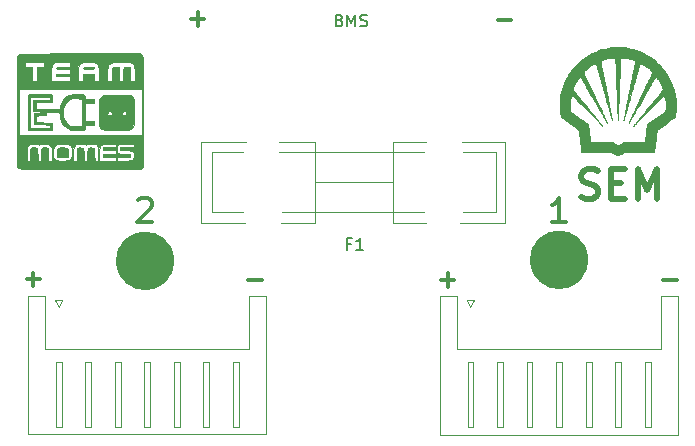
<source format=gbr>
G04 #@! TF.GenerationSoftware,KiCad,Pcbnew,(5.1.5)-3*
G04 #@! TF.CreationDate,2020-02-13T20:49:58+01:00*
G04 #@! TF.ProjectId,bms,626d732e-6b69-4636-9164-5f7063625858,01*
G04 #@! TF.SameCoordinates,Original*
G04 #@! TF.FileFunction,Legend,Top*
G04 #@! TF.FilePolarity,Positive*
%FSLAX46Y46*%
G04 Gerber Fmt 4.6, Leading zero omitted, Abs format (unit mm)*
G04 Created by KiCad (PCBNEW (5.1.5)-3) date 2020-02-13 20:49:58*
%MOMM*%
%LPD*%
G04 APERTURE LIST*
%ADD10C,0.300000*%
%ADD11C,3.000000*%
%ADD12C,0.500000*%
%ADD13C,0.120000*%
%ADD14C,0.010000*%
%ADD15C,0.150000*%
G04 APERTURE END LIST*
D10*
X92528571Y-106857142D02*
X93671428Y-106857142D01*
X93100000Y-107428571D02*
X93100000Y-106285714D01*
X127603571Y-106932142D02*
X128746428Y-106932142D01*
X128175000Y-107503571D02*
X128175000Y-106360714D01*
X111278571Y-106932142D02*
X112421428Y-106932142D01*
X146428571Y-106932142D02*
X147571428Y-106932142D01*
D11*
X138600000Y-105210000D02*
G75*
G03X138600000Y-105210000I-1000000J0D01*
G01*
X103550000Y-105300000D02*
G75*
G03X103550000Y-105300000I-1000000J0D01*
G01*
D12*
X139486190Y-99921904D02*
X139843333Y-100040952D01*
X140438571Y-100040952D01*
X140676666Y-99921904D01*
X140795714Y-99802857D01*
X140914761Y-99564761D01*
X140914761Y-99326666D01*
X140795714Y-99088571D01*
X140676666Y-98969523D01*
X140438571Y-98850476D01*
X139962380Y-98731428D01*
X139724285Y-98612380D01*
X139605238Y-98493333D01*
X139486190Y-98255238D01*
X139486190Y-98017142D01*
X139605238Y-97779047D01*
X139724285Y-97660000D01*
X139962380Y-97540952D01*
X140557619Y-97540952D01*
X140914761Y-97660000D01*
X141986190Y-98731428D02*
X142819523Y-98731428D01*
X143176666Y-100040952D02*
X141986190Y-100040952D01*
X141986190Y-97540952D01*
X143176666Y-97540952D01*
X144248095Y-100040952D02*
X144248095Y-97540952D01*
X145081428Y-99326666D01*
X145914761Y-97540952D01*
X145914761Y-100040952D01*
D10*
X132428571Y-84907142D02*
X133571428Y-84907142D01*
X106428571Y-84807142D02*
X107571428Y-84807142D01*
X107000000Y-85378571D02*
X107000000Y-84235714D01*
X101978571Y-100170238D02*
X102073809Y-100075000D01*
X102264285Y-99979761D01*
X102740476Y-99979761D01*
X102930952Y-100075000D01*
X103026190Y-100170238D01*
X103121428Y-100360714D01*
X103121428Y-100551190D01*
X103026190Y-100836904D01*
X101883333Y-101979761D01*
X103121428Y-101979761D01*
X138171428Y-101979761D02*
X137028571Y-101979761D01*
X137600000Y-101979761D02*
X137600000Y-99979761D01*
X137409523Y-100265476D01*
X137219047Y-100455952D01*
X137028571Y-100551190D01*
D13*
X116967500Y-96120000D02*
X116967500Y-98660000D01*
X108207500Y-101200000D02*
X108207500Y-96120000D01*
X116967500Y-98660000D02*
X116967500Y-101200000D01*
X123527500Y-96120000D02*
X123527500Y-98660000D01*
X132287500Y-101200000D02*
X132287500Y-96120000D01*
X123527500Y-98660000D02*
X123527500Y-101200000D01*
X126027500Y-101200000D02*
X114467500Y-101200000D01*
X114467500Y-96120000D02*
X126157500Y-96120000D01*
X123527500Y-102090000D02*
X123527500Y-101070000D01*
X123527500Y-95230000D02*
X123527500Y-96120000D01*
X133057500Y-102090000D02*
X133057500Y-95230000D01*
X116967500Y-102090000D02*
X116967500Y-101200000D01*
X116967500Y-95230000D02*
X116967500Y-96120000D01*
X107317500Y-102090000D02*
X107317500Y-95230000D01*
X132287500Y-101200000D02*
X129497500Y-101200000D01*
X123527500Y-101200000D02*
X126197500Y-101200000D01*
X123527500Y-102090000D02*
X126327500Y-102090000D01*
X133057500Y-102090000D02*
X129247500Y-102090000D01*
X132287500Y-96120000D02*
X129497500Y-96120000D01*
X126067500Y-96120000D02*
X123527500Y-96120000D01*
X126067500Y-96120000D02*
X126197500Y-96120000D01*
X123527500Y-95230000D02*
X126327500Y-95230000D01*
X133057500Y-95230000D02*
X129367500Y-95230000D01*
X116967500Y-102090000D02*
X114047500Y-102090000D01*
X107317500Y-102090000D02*
X110997500Y-102090000D01*
X108207500Y-101200000D02*
X110877500Y-101200000D01*
X116967500Y-101200000D02*
X114177500Y-101200000D01*
X108207500Y-96120000D02*
X110877500Y-96120000D01*
X114467500Y-96120000D02*
X113927500Y-96120000D01*
X116967500Y-95230000D02*
X113927500Y-95230000D01*
X107317500Y-95230000D02*
X111127500Y-95230000D01*
X116937500Y-98660000D02*
X123437500Y-98660000D01*
X130400000Y-108600000D02*
X130100000Y-109200000D01*
X129800000Y-108600000D02*
X130400000Y-108600000D01*
X130100000Y-109200000D02*
X129800000Y-108600000D01*
X145350000Y-113900000D02*
X144850000Y-113900000D01*
X145350000Y-119400000D02*
X145350000Y-113900000D01*
X144850000Y-119400000D02*
X145350000Y-119400000D01*
X144850000Y-113900000D02*
X144850000Y-119400000D01*
X142850000Y-113900000D02*
X142350000Y-113900000D01*
X142850000Y-119400000D02*
X142850000Y-113900000D01*
X142350000Y-119400000D02*
X142850000Y-119400000D01*
X142350000Y-113900000D02*
X142350000Y-119400000D01*
X140350000Y-113900000D02*
X139850000Y-113900000D01*
X140350000Y-119400000D02*
X140350000Y-113900000D01*
X139850000Y-119400000D02*
X140350000Y-119400000D01*
X139850000Y-113900000D02*
X139850000Y-119400000D01*
X137850000Y-113900000D02*
X137350000Y-113900000D01*
X137850000Y-119400000D02*
X137850000Y-113900000D01*
X137350000Y-119400000D02*
X137850000Y-119400000D01*
X137350000Y-113900000D02*
X137350000Y-119400000D01*
X135350000Y-113900000D02*
X134850000Y-113900000D01*
X135350000Y-119400000D02*
X135350000Y-113900000D01*
X134850000Y-119400000D02*
X135350000Y-119400000D01*
X134850000Y-113900000D02*
X134850000Y-119400000D01*
X132850000Y-113900000D02*
X132350000Y-113900000D01*
X132850000Y-119400000D02*
X132850000Y-113900000D01*
X132350000Y-119400000D02*
X132850000Y-119400000D01*
X132350000Y-113900000D02*
X132350000Y-119400000D01*
X130350000Y-113900000D02*
X129850000Y-113900000D01*
X130350000Y-119400000D02*
X130350000Y-113900000D01*
X129850000Y-119400000D02*
X130350000Y-119400000D01*
X129850000Y-113900000D02*
X129850000Y-119400000D01*
X146240000Y-112790000D02*
X137600000Y-112790000D01*
X146240000Y-108290000D02*
X146240000Y-112790000D01*
X147660000Y-108290000D02*
X146240000Y-108290000D01*
X147660000Y-120010000D02*
X147660000Y-108290000D01*
X137600000Y-120010000D02*
X147660000Y-120010000D01*
X128960000Y-112790000D02*
X137600000Y-112790000D01*
X128960000Y-108290000D02*
X128960000Y-112790000D01*
X127540000Y-108290000D02*
X128960000Y-108290000D01*
X127540000Y-120010000D02*
X127540000Y-108290000D01*
X137600000Y-120010000D02*
X127540000Y-120010000D01*
D14*
G36*
X98116631Y-88892960D02*
G01*
X98191002Y-88910079D01*
X98217763Y-88941677D01*
X98219200Y-88955893D01*
X98203263Y-88992838D01*
X98143919Y-89016272D01*
X98023870Y-89028970D01*
X97825817Y-89033708D01*
X97732366Y-89034000D01*
X97495970Y-89030563D01*
X97348336Y-89019103D01*
X97276821Y-88997898D01*
X97266575Y-88970500D01*
X97325714Y-88934162D01*
X97477916Y-88908625D01*
X97727058Y-88893267D01*
X97753409Y-88892393D01*
X97976738Y-88887879D01*
X98116631Y-88892960D01*
G37*
X98116631Y-88892960D02*
X98191002Y-88910079D01*
X98217763Y-88941677D01*
X98219200Y-88955893D01*
X98203263Y-88992838D01*
X98143919Y-89016272D01*
X98023870Y-89028970D01*
X97825817Y-89033708D01*
X97732366Y-89034000D01*
X97495970Y-89030563D01*
X97348336Y-89019103D01*
X97276821Y-88997898D01*
X97266575Y-88970500D01*
X97325714Y-88934162D01*
X97477916Y-88908625D01*
X97727058Y-88893267D01*
X97753409Y-88892393D01*
X97976738Y-88887879D01*
X98116631Y-88892960D01*
G36*
X100396071Y-91220647D02*
G01*
X100699294Y-91226929D01*
X100957608Y-91236554D01*
X101153941Y-91248832D01*
X101271218Y-91263072D01*
X101289269Y-91267933D01*
X101403121Y-91344490D01*
X101509888Y-91466495D01*
X101520986Y-91483833D01*
X101555246Y-91547501D01*
X101580843Y-91620565D01*
X101599026Y-91718054D01*
X101611044Y-91854994D01*
X101618144Y-92046415D01*
X101621577Y-92307343D01*
X101622590Y-92652807D01*
X101622610Y-92706822D01*
X101622429Y-93137713D01*
X101614565Y-93477754D01*
X101588290Y-93737651D01*
X101532877Y-93928110D01*
X101437600Y-94059834D01*
X101291732Y-94143529D01*
X101084546Y-94189901D01*
X100805316Y-94209654D01*
X100443316Y-94213494D01*
X100114022Y-94212379D01*
X99790345Y-94209382D01*
X99496211Y-94202870D01*
X99248619Y-94193525D01*
X99064566Y-94182027D01*
X98961051Y-94169055D01*
X98950116Y-94165812D01*
X98843739Y-94095725D01*
X98736212Y-93986903D01*
X98734216Y-93984381D01*
X98699023Y-93934986D01*
X98675528Y-93885488D01*
X99927584Y-93885488D01*
X99985278Y-93893148D01*
X100098800Y-93895577D01*
X100224214Y-93892426D01*
X100271218Y-93884226D01*
X100238500Y-93874414D01*
X100074410Y-93865910D01*
X99959100Y-93874414D01*
X99927584Y-93885488D01*
X98675528Y-93885488D01*
X98672376Y-93878848D01*
X98659144Y-93826133D01*
X99709333Y-93826133D01*
X99716306Y-93856333D01*
X99743200Y-93860000D01*
X99785014Y-93841413D01*
X99777066Y-93826133D01*
X100420533Y-93826133D01*
X100427506Y-93856333D01*
X100454400Y-93860000D01*
X100496214Y-93841413D01*
X100488266Y-93826133D01*
X100427978Y-93820053D01*
X100420533Y-93826133D01*
X99777066Y-93826133D01*
X99716778Y-93820053D01*
X99709333Y-93826133D01*
X98659144Y-93826133D01*
X98653089Y-93802016D01*
X98650947Y-93783800D01*
X99590800Y-93783800D01*
X99616200Y-93809200D01*
X99641600Y-93783800D01*
X99637810Y-93780010D01*
X100563334Y-93780010D01*
X100575312Y-93806517D01*
X100603801Y-93809200D01*
X100672687Y-93772304D01*
X100682640Y-93758981D01*
X100674463Y-93730114D01*
X100634838Y-93739016D01*
X100563334Y-93780010D01*
X99637810Y-93780010D01*
X99616200Y-93758400D01*
X99590800Y-93783800D01*
X98650947Y-93783800D01*
X98644972Y-93733000D01*
X99489200Y-93733000D01*
X99514600Y-93758400D01*
X99540000Y-93733000D01*
X99514600Y-93707600D01*
X99489200Y-93733000D01*
X98644972Y-93733000D01*
X98639978Y-93690543D01*
X98631858Y-93530478D01*
X98627547Y-93307871D01*
X98627308Y-93265493D01*
X99032000Y-93265493D01*
X99063562Y-93320559D01*
X99141867Y-93418809D01*
X99242345Y-93532871D01*
X99340425Y-93635375D01*
X99411535Y-93698949D01*
X99428876Y-93707600D01*
X99414971Y-93674424D01*
X99414372Y-93673668D01*
X100769122Y-93673668D01*
X100769465Y-93706765D01*
X100778379Y-93707600D01*
X100820784Y-93672884D01*
X100867279Y-93618700D01*
X100911214Y-93558527D01*
X100884907Y-93571142D01*
X100848100Y-93599520D01*
X100769122Y-93673668D01*
X99414372Y-93673668D01*
X99347512Y-93589322D01*
X99283406Y-93517100D01*
X99254435Y-93485220D01*
X100962400Y-93485220D01*
X100987110Y-93500425D01*
X101054642Y-93435168D01*
X101070479Y-93415500D01*
X101114414Y-93355327D01*
X101088107Y-93367942D01*
X101051300Y-93396320D01*
X100980944Y-93458986D01*
X100962400Y-93485220D01*
X99254435Y-93485220D01*
X99174910Y-93397711D01*
X99093624Y-93306048D01*
X99084180Y-93294857D01*
X101127999Y-93294857D01*
X101165213Y-93270510D01*
X101171903Y-93263946D01*
X101212029Y-93197341D01*
X101206589Y-93172855D01*
X101168800Y-93188100D01*
X101143466Y-93235509D01*
X101127999Y-93294857D01*
X99084180Y-93294857D01*
X99070240Y-93278340D01*
X99035150Y-93255432D01*
X99032000Y-93265493D01*
X98627308Y-93265493D01*
X98625858Y-93008775D01*
X98625834Y-92979545D01*
X98933620Y-92979545D01*
X98944832Y-93065675D01*
X98975104Y-93149069D01*
X99007482Y-93186634D01*
X99013967Y-93183766D01*
X99012591Y-93127320D01*
X98987199Y-93047200D01*
X101216400Y-93047200D01*
X101234986Y-93089014D01*
X101250266Y-93081066D01*
X101256346Y-93020778D01*
X101250266Y-93013333D01*
X101220066Y-93020306D01*
X101216400Y-93047200D01*
X98987199Y-93047200D01*
X98985511Y-93041875D01*
X98949478Y-92972535D01*
X98933620Y-92979545D01*
X98625834Y-92979545D01*
X98625721Y-92845398D01*
X99361894Y-92845398D01*
X99367817Y-92865719D01*
X99422135Y-92909458D01*
X99521092Y-92941015D01*
X99623172Y-92952891D01*
X99686861Y-92937588D01*
X99692400Y-92924354D01*
X99708122Y-92864368D01*
X99711416Y-92855200D01*
X100583423Y-92855200D01*
X100587017Y-92865719D01*
X100658178Y-92926941D01*
X100759200Y-92945600D01*
X100877995Y-92918696D01*
X100931382Y-92865719D01*
X100932962Y-92747167D01*
X100900040Y-92691600D01*
X101281036Y-92691600D01*
X101284999Y-92801472D01*
X101295130Y-92831634D01*
X101303051Y-92805900D01*
X101311455Y-92657869D01*
X101303051Y-92577300D01*
X101290488Y-92553226D01*
X101282517Y-92617050D01*
X101281036Y-92691600D01*
X100900040Y-92691600D01*
X100870249Y-92641319D01*
X100769637Y-92590439D01*
X100759200Y-92590000D01*
X100656386Y-92633554D01*
X100588996Y-92736043D01*
X100583423Y-92855200D01*
X99711416Y-92855200D01*
X99720721Y-92829304D01*
X99709202Y-92738617D01*
X99637651Y-92647006D01*
X99539625Y-92593086D01*
X99512758Y-92590000D01*
X99430344Y-92633325D01*
X99372199Y-92733405D01*
X99361894Y-92845398D01*
X98625721Y-92845398D01*
X98625611Y-92717000D01*
X98889503Y-92717000D01*
X98894994Y-92803757D01*
X98910897Y-92811395D01*
X98912921Y-92806866D01*
X98922970Y-92706019D01*
X98914803Y-92654466D01*
X98898633Y-92633750D01*
X98889838Y-92701224D01*
X98889503Y-92717000D01*
X98625611Y-92717000D01*
X98625600Y-92705069D01*
X98625600Y-92386800D01*
X98930400Y-92386800D01*
X98948986Y-92428614D01*
X98964266Y-92420666D01*
X98970346Y-92360378D01*
X98967723Y-92357166D01*
X101220410Y-92357166D01*
X101229750Y-92423055D01*
X101247091Y-92423841D01*
X101259218Y-92355851D01*
X101251102Y-92326475D01*
X101228545Y-92307232D01*
X101220410Y-92357166D01*
X98967723Y-92357166D01*
X98964266Y-92352933D01*
X98934066Y-92359906D01*
X98930400Y-92386800D01*
X98625600Y-92386800D01*
X98625600Y-92321625D01*
X100103033Y-92321625D01*
X100119730Y-92335310D01*
X100134913Y-92336000D01*
X100205696Y-92300010D01*
X100257679Y-92247100D01*
X100285436Y-92209000D01*
X101165600Y-92209000D01*
X101191000Y-92234400D01*
X101216400Y-92209000D01*
X101191000Y-92183600D01*
X101165600Y-92209000D01*
X100285436Y-92209000D01*
X100300966Y-92187685D01*
X100276965Y-92196029D01*
X100225800Y-92232725D01*
X100140160Y-92295127D01*
X100103033Y-92321625D01*
X98625600Y-92321625D01*
X98625600Y-92251967D01*
X98981200Y-92251967D01*
X99004925Y-92243708D01*
X99066099Y-92166541D01*
X99124760Y-92078709D01*
X99952221Y-92078709D01*
X99953781Y-92177785D01*
X99983048Y-92261725D01*
X100018366Y-92285200D01*
X100021379Y-92241051D01*
X100022600Y-92137650D01*
X100011577Y-92040916D01*
X99985014Y-92013344D01*
X99984500Y-92013649D01*
X99952221Y-92078709D01*
X99124760Y-92078709D01*
X99124879Y-92078531D01*
X99191706Y-91985550D01*
X100214790Y-91985550D01*
X100225449Y-92036453D01*
X100229066Y-92046090D01*
X100269309Y-92108297D01*
X100292189Y-92108744D01*
X100286490Y-92055005D01*
X100279317Y-92045761D01*
X101072188Y-92045761D01*
X101084549Y-92074150D01*
X101135699Y-92128687D01*
X101165105Y-92117499D01*
X101165600Y-92110398D01*
X101129517Y-92067430D01*
X101106950Y-92051749D01*
X101072188Y-92045761D01*
X100279317Y-92045761D01*
X100257503Y-92017653D01*
X100214790Y-91985550D01*
X99191706Y-91985550D01*
X99232930Y-91928194D01*
X99344606Y-91802992D01*
X99391579Y-91762318D01*
X99470656Y-91703082D01*
X99468516Y-91695782D01*
X99398705Y-91727573D01*
X99307439Y-91796614D01*
X99196028Y-91914260D01*
X99088528Y-92050294D01*
X99008993Y-92174504D01*
X98981200Y-92251967D01*
X98625600Y-92251967D01*
X98625600Y-91650200D01*
X99540000Y-91650200D01*
X99565400Y-91675600D01*
X99590800Y-91650200D01*
X99565400Y-91624800D01*
X99540000Y-91650200D01*
X98625600Y-91650200D01*
X98625600Y-91599400D01*
X99641600Y-91599400D01*
X99667000Y-91624800D01*
X99692400Y-91599400D01*
X99690611Y-91597611D01*
X100532142Y-91597611D01*
X100602739Y-91647861D01*
X100606800Y-91650200D01*
X100719729Y-91709070D01*
X100759680Y-91717426D01*
X100744221Y-91701000D01*
X100784600Y-91701000D01*
X100907755Y-91840700D01*
X101007039Y-91946855D01*
X101055248Y-91979815D01*
X101064000Y-91963855D01*
X101029922Y-91923014D01*
X100945802Y-91843308D01*
X100924300Y-91824155D01*
X100784600Y-91701000D01*
X100744221Y-91701000D01*
X100720128Y-91675401D01*
X100685990Y-91648584D01*
X100588659Y-91591002D01*
X100533590Y-91575800D01*
X100532142Y-91597611D01*
X99690611Y-91597611D01*
X99667000Y-91574000D01*
X99641600Y-91599400D01*
X98625600Y-91599400D01*
X98625600Y-91563839D01*
X98627585Y-91561854D01*
X99765232Y-91561854D01*
X99815166Y-91569989D01*
X99872554Y-91561854D01*
X100324032Y-91561854D01*
X100373966Y-91569989D01*
X100439855Y-91560649D01*
X100440641Y-91543308D01*
X100372651Y-91531181D01*
X100343275Y-91539297D01*
X100324032Y-91561854D01*
X99872554Y-91561854D01*
X99881055Y-91560649D01*
X99881841Y-91543308D01*
X99813851Y-91531181D01*
X99784475Y-91539297D01*
X99765232Y-91561854D01*
X98627585Y-91561854D01*
X98971040Y-91218399D01*
X100065012Y-91218399D01*
X100396071Y-91220647D01*
G37*
X100396071Y-91220647D02*
X100699294Y-91226929D01*
X100957608Y-91236554D01*
X101153941Y-91248832D01*
X101271218Y-91263072D01*
X101289269Y-91267933D01*
X101403121Y-91344490D01*
X101509888Y-91466495D01*
X101520986Y-91483833D01*
X101555246Y-91547501D01*
X101580843Y-91620565D01*
X101599026Y-91718054D01*
X101611044Y-91854994D01*
X101618144Y-92046415D01*
X101621577Y-92307343D01*
X101622590Y-92652807D01*
X101622610Y-92706822D01*
X101622429Y-93137713D01*
X101614565Y-93477754D01*
X101588290Y-93737651D01*
X101532877Y-93928110D01*
X101437600Y-94059834D01*
X101291732Y-94143529D01*
X101084546Y-94189901D01*
X100805316Y-94209654D01*
X100443316Y-94213494D01*
X100114022Y-94212379D01*
X99790345Y-94209382D01*
X99496211Y-94202870D01*
X99248619Y-94193525D01*
X99064566Y-94182027D01*
X98961051Y-94169055D01*
X98950116Y-94165812D01*
X98843739Y-94095725D01*
X98736212Y-93986903D01*
X98734216Y-93984381D01*
X98699023Y-93934986D01*
X98675528Y-93885488D01*
X99927584Y-93885488D01*
X99985278Y-93893148D01*
X100098800Y-93895577D01*
X100224214Y-93892426D01*
X100271218Y-93884226D01*
X100238500Y-93874414D01*
X100074410Y-93865910D01*
X99959100Y-93874414D01*
X99927584Y-93885488D01*
X98675528Y-93885488D01*
X98672376Y-93878848D01*
X98659144Y-93826133D01*
X99709333Y-93826133D01*
X99716306Y-93856333D01*
X99743200Y-93860000D01*
X99785014Y-93841413D01*
X99777066Y-93826133D01*
X100420533Y-93826133D01*
X100427506Y-93856333D01*
X100454400Y-93860000D01*
X100496214Y-93841413D01*
X100488266Y-93826133D01*
X100427978Y-93820053D01*
X100420533Y-93826133D01*
X99777066Y-93826133D01*
X99716778Y-93820053D01*
X99709333Y-93826133D01*
X98659144Y-93826133D01*
X98653089Y-93802016D01*
X98650947Y-93783800D01*
X99590800Y-93783800D01*
X99616200Y-93809200D01*
X99641600Y-93783800D01*
X99637810Y-93780010D01*
X100563334Y-93780010D01*
X100575312Y-93806517D01*
X100603801Y-93809200D01*
X100672687Y-93772304D01*
X100682640Y-93758981D01*
X100674463Y-93730114D01*
X100634838Y-93739016D01*
X100563334Y-93780010D01*
X99637810Y-93780010D01*
X99616200Y-93758400D01*
X99590800Y-93783800D01*
X98650947Y-93783800D01*
X98644972Y-93733000D01*
X99489200Y-93733000D01*
X99514600Y-93758400D01*
X99540000Y-93733000D01*
X99514600Y-93707600D01*
X99489200Y-93733000D01*
X98644972Y-93733000D01*
X98639978Y-93690543D01*
X98631858Y-93530478D01*
X98627547Y-93307871D01*
X98627308Y-93265493D01*
X99032000Y-93265493D01*
X99063562Y-93320559D01*
X99141867Y-93418809D01*
X99242345Y-93532871D01*
X99340425Y-93635375D01*
X99411535Y-93698949D01*
X99428876Y-93707600D01*
X99414971Y-93674424D01*
X99414372Y-93673668D01*
X100769122Y-93673668D01*
X100769465Y-93706765D01*
X100778379Y-93707600D01*
X100820784Y-93672884D01*
X100867279Y-93618700D01*
X100911214Y-93558527D01*
X100884907Y-93571142D01*
X100848100Y-93599520D01*
X100769122Y-93673668D01*
X99414372Y-93673668D01*
X99347512Y-93589322D01*
X99283406Y-93517100D01*
X99254435Y-93485220D01*
X100962400Y-93485220D01*
X100987110Y-93500425D01*
X101054642Y-93435168D01*
X101070479Y-93415500D01*
X101114414Y-93355327D01*
X101088107Y-93367942D01*
X101051300Y-93396320D01*
X100980944Y-93458986D01*
X100962400Y-93485220D01*
X99254435Y-93485220D01*
X99174910Y-93397711D01*
X99093624Y-93306048D01*
X99084180Y-93294857D01*
X101127999Y-93294857D01*
X101165213Y-93270510D01*
X101171903Y-93263946D01*
X101212029Y-93197341D01*
X101206589Y-93172855D01*
X101168800Y-93188100D01*
X101143466Y-93235509D01*
X101127999Y-93294857D01*
X99084180Y-93294857D01*
X99070240Y-93278340D01*
X99035150Y-93255432D01*
X99032000Y-93265493D01*
X98627308Y-93265493D01*
X98625858Y-93008775D01*
X98625834Y-92979545D01*
X98933620Y-92979545D01*
X98944832Y-93065675D01*
X98975104Y-93149069D01*
X99007482Y-93186634D01*
X99013967Y-93183766D01*
X99012591Y-93127320D01*
X98987199Y-93047200D01*
X101216400Y-93047200D01*
X101234986Y-93089014D01*
X101250266Y-93081066D01*
X101256346Y-93020778D01*
X101250266Y-93013333D01*
X101220066Y-93020306D01*
X101216400Y-93047200D01*
X98987199Y-93047200D01*
X98985511Y-93041875D01*
X98949478Y-92972535D01*
X98933620Y-92979545D01*
X98625834Y-92979545D01*
X98625721Y-92845398D01*
X99361894Y-92845398D01*
X99367817Y-92865719D01*
X99422135Y-92909458D01*
X99521092Y-92941015D01*
X99623172Y-92952891D01*
X99686861Y-92937588D01*
X99692400Y-92924354D01*
X99708122Y-92864368D01*
X99711416Y-92855200D01*
X100583423Y-92855200D01*
X100587017Y-92865719D01*
X100658178Y-92926941D01*
X100759200Y-92945600D01*
X100877995Y-92918696D01*
X100931382Y-92865719D01*
X100932962Y-92747167D01*
X100900040Y-92691600D01*
X101281036Y-92691600D01*
X101284999Y-92801472D01*
X101295130Y-92831634D01*
X101303051Y-92805900D01*
X101311455Y-92657869D01*
X101303051Y-92577300D01*
X101290488Y-92553226D01*
X101282517Y-92617050D01*
X101281036Y-92691600D01*
X100900040Y-92691600D01*
X100870249Y-92641319D01*
X100769637Y-92590439D01*
X100759200Y-92590000D01*
X100656386Y-92633554D01*
X100588996Y-92736043D01*
X100583423Y-92855200D01*
X99711416Y-92855200D01*
X99720721Y-92829304D01*
X99709202Y-92738617D01*
X99637651Y-92647006D01*
X99539625Y-92593086D01*
X99512758Y-92590000D01*
X99430344Y-92633325D01*
X99372199Y-92733405D01*
X99361894Y-92845398D01*
X98625721Y-92845398D01*
X98625611Y-92717000D01*
X98889503Y-92717000D01*
X98894994Y-92803757D01*
X98910897Y-92811395D01*
X98912921Y-92806866D01*
X98922970Y-92706019D01*
X98914803Y-92654466D01*
X98898633Y-92633750D01*
X98889838Y-92701224D01*
X98889503Y-92717000D01*
X98625611Y-92717000D01*
X98625600Y-92705069D01*
X98625600Y-92386800D01*
X98930400Y-92386800D01*
X98948986Y-92428614D01*
X98964266Y-92420666D01*
X98970346Y-92360378D01*
X98967723Y-92357166D01*
X101220410Y-92357166D01*
X101229750Y-92423055D01*
X101247091Y-92423841D01*
X101259218Y-92355851D01*
X101251102Y-92326475D01*
X101228545Y-92307232D01*
X101220410Y-92357166D01*
X98967723Y-92357166D01*
X98964266Y-92352933D01*
X98934066Y-92359906D01*
X98930400Y-92386800D01*
X98625600Y-92386800D01*
X98625600Y-92321625D01*
X100103033Y-92321625D01*
X100119730Y-92335310D01*
X100134913Y-92336000D01*
X100205696Y-92300010D01*
X100257679Y-92247100D01*
X100285436Y-92209000D01*
X101165600Y-92209000D01*
X101191000Y-92234400D01*
X101216400Y-92209000D01*
X101191000Y-92183600D01*
X101165600Y-92209000D01*
X100285436Y-92209000D01*
X100300966Y-92187685D01*
X100276965Y-92196029D01*
X100225800Y-92232725D01*
X100140160Y-92295127D01*
X100103033Y-92321625D01*
X98625600Y-92321625D01*
X98625600Y-92251967D01*
X98981200Y-92251967D01*
X99004925Y-92243708D01*
X99066099Y-92166541D01*
X99124760Y-92078709D01*
X99952221Y-92078709D01*
X99953781Y-92177785D01*
X99983048Y-92261725D01*
X100018366Y-92285200D01*
X100021379Y-92241051D01*
X100022600Y-92137650D01*
X100011577Y-92040916D01*
X99985014Y-92013344D01*
X99984500Y-92013649D01*
X99952221Y-92078709D01*
X99124760Y-92078709D01*
X99124879Y-92078531D01*
X99191706Y-91985550D01*
X100214790Y-91985550D01*
X100225449Y-92036453D01*
X100229066Y-92046090D01*
X100269309Y-92108297D01*
X100292189Y-92108744D01*
X100286490Y-92055005D01*
X100279317Y-92045761D01*
X101072188Y-92045761D01*
X101084549Y-92074150D01*
X101135699Y-92128687D01*
X101165105Y-92117499D01*
X101165600Y-92110398D01*
X101129517Y-92067430D01*
X101106950Y-92051749D01*
X101072188Y-92045761D01*
X100279317Y-92045761D01*
X100257503Y-92017653D01*
X100214790Y-91985550D01*
X99191706Y-91985550D01*
X99232930Y-91928194D01*
X99344606Y-91802992D01*
X99391579Y-91762318D01*
X99470656Y-91703082D01*
X99468516Y-91695782D01*
X99398705Y-91727573D01*
X99307439Y-91796614D01*
X99196028Y-91914260D01*
X99088528Y-92050294D01*
X99008993Y-92174504D01*
X98981200Y-92251967D01*
X98625600Y-92251967D01*
X98625600Y-91650200D01*
X99540000Y-91650200D01*
X99565400Y-91675600D01*
X99590800Y-91650200D01*
X99565400Y-91624800D01*
X99540000Y-91650200D01*
X98625600Y-91650200D01*
X98625600Y-91599400D01*
X99641600Y-91599400D01*
X99667000Y-91624800D01*
X99692400Y-91599400D01*
X99690611Y-91597611D01*
X100532142Y-91597611D01*
X100602739Y-91647861D01*
X100606800Y-91650200D01*
X100719729Y-91709070D01*
X100759680Y-91717426D01*
X100744221Y-91701000D01*
X100784600Y-91701000D01*
X100907755Y-91840700D01*
X101007039Y-91946855D01*
X101055248Y-91979815D01*
X101064000Y-91963855D01*
X101029922Y-91923014D01*
X100945802Y-91843308D01*
X100924300Y-91824155D01*
X100784600Y-91701000D01*
X100744221Y-91701000D01*
X100720128Y-91675401D01*
X100685990Y-91648584D01*
X100588659Y-91591002D01*
X100533590Y-91575800D01*
X100532142Y-91597611D01*
X99690611Y-91597611D01*
X99667000Y-91574000D01*
X99641600Y-91599400D01*
X98625600Y-91599400D01*
X98625600Y-91563839D01*
X98627585Y-91561854D01*
X99765232Y-91561854D01*
X99815166Y-91569989D01*
X99872554Y-91561854D01*
X100324032Y-91561854D01*
X100373966Y-91569989D01*
X100439855Y-91560649D01*
X100440641Y-91543308D01*
X100372651Y-91531181D01*
X100343275Y-91539297D01*
X100324032Y-91561854D01*
X99872554Y-91561854D01*
X99881055Y-91560649D01*
X99881841Y-91543308D01*
X99813851Y-91531181D01*
X99784475Y-91539297D01*
X99765232Y-91561854D01*
X98627585Y-91561854D01*
X98971040Y-91218399D01*
X100065012Y-91218399D01*
X100396071Y-91220647D01*
G36*
X97107562Y-91171813D02*
G01*
X97281067Y-91190059D01*
X97385113Y-91220193D01*
X97396239Y-91228559D01*
X97442105Y-91322461D01*
X97457200Y-91429534D01*
X97461360Y-91501823D01*
X97488349Y-91544712D01*
X97559926Y-91567352D01*
X97697850Y-91578900D01*
X97825500Y-91584474D01*
X98193800Y-91599400D01*
X98209718Y-91764500D01*
X98225637Y-91929600D01*
X97457200Y-91929600D01*
X97457200Y-93449148D01*
X98193800Y-93479000D01*
X98209718Y-93644100D01*
X98225637Y-93809200D01*
X97841418Y-93809200D01*
X97646572Y-93810862D01*
X97532025Y-93820387D01*
X97476485Y-93844585D01*
X97458655Y-93890262D01*
X97457200Y-93932045D01*
X97452935Y-94049023D01*
X97429158Y-94128412D01*
X97369392Y-94177488D01*
X97257161Y-94203527D01*
X97075991Y-94213806D01*
X96815133Y-94215600D01*
X96484588Y-94207915D01*
X96235591Y-94185440D01*
X96077478Y-94149042D01*
X96071268Y-94146512D01*
X95833999Y-93994272D01*
X95629120Y-93760615D01*
X95467802Y-93463482D01*
X95361216Y-93120815D01*
X95335000Y-92963998D01*
X95304172Y-92717000D01*
X95608202Y-92717000D01*
X95613437Y-92941214D01*
X95635039Y-93104528D01*
X95681857Y-93247362D01*
X95758001Y-93401370D01*
X95869837Y-93574250D01*
X95999548Y-93725700D01*
X96082962Y-93796788D01*
X96176047Y-93852173D01*
X96271249Y-93885653D01*
X96395580Y-93901442D01*
X96576051Y-93903755D01*
X96743362Y-93899818D01*
X97228600Y-93885400D01*
X97228600Y-91548600D01*
X96743362Y-91534181D01*
X96509682Y-91529775D01*
X96350389Y-91536000D01*
X96238471Y-91557068D01*
X96146916Y-91597194D01*
X96082962Y-91637211D01*
X95961372Y-91748368D01*
X95833354Y-91910527D01*
X95758001Y-92032629D01*
X95678936Y-92193546D01*
X95633514Y-92336438D01*
X95612888Y-92501728D01*
X95608202Y-92717000D01*
X95304172Y-92717000D01*
X95297831Y-92666200D01*
X94193115Y-92652509D01*
X93088400Y-92638818D01*
X93088400Y-91675600D01*
X94510800Y-91675600D01*
X94510800Y-91421600D01*
X92834400Y-91421600D01*
X92834400Y-94012400D01*
X94510800Y-94012400D01*
X94510800Y-93761267D01*
X93812300Y-93747133D01*
X93113800Y-93733000D01*
X93113800Y-92767800D01*
X93638271Y-92753281D01*
X93873070Y-92747531D01*
X94023976Y-92748284D01*
X94108654Y-92759072D01*
X94144767Y-92783430D01*
X94149980Y-92824889D01*
X94146271Y-92854881D01*
X94131118Y-92912231D01*
X94091493Y-92947969D01*
X94006242Y-92968450D01*
X93854213Y-92980029D01*
X93710700Y-92985754D01*
X93291600Y-93000508D01*
X93291600Y-93552332D01*
X94688600Y-93580600D01*
X94688600Y-94190200D01*
X93659900Y-94203951D01*
X92631200Y-94217703D01*
X92631200Y-92723486D01*
X92631724Y-92290070D01*
X92633674Y-91947531D01*
X92637614Y-91685151D01*
X92644109Y-91492211D01*
X92653724Y-91357993D01*
X92667023Y-91271778D01*
X92684572Y-91222847D01*
X92706934Y-91200482D01*
X92711554Y-91198435D01*
X92794427Y-91186044D01*
X92955885Y-91177068D01*
X93175745Y-91171374D01*
X93433824Y-91168828D01*
X93709940Y-91169299D01*
X93983910Y-91172655D01*
X94235552Y-91178761D01*
X94444683Y-91187487D01*
X94591121Y-91198698D01*
X94653273Y-91211190D01*
X94694379Y-91287190D01*
X94707208Y-91449859D01*
X94704073Y-91553312D01*
X94688600Y-91853400D01*
X93990100Y-91867533D01*
X93291600Y-91881667D01*
X93291600Y-92437600D01*
X95311538Y-92437600D01*
X95370819Y-92202172D01*
X95505383Y-91826765D01*
X95699178Y-91532399D01*
X95951229Y-91320357D01*
X96096668Y-91246494D01*
X96232389Y-91210617D01*
X96427010Y-91184856D01*
X96654861Y-91169566D01*
X96890269Y-91165100D01*
X97107562Y-91171813D01*
G37*
X97107562Y-91171813D02*
X97281067Y-91190059D01*
X97385113Y-91220193D01*
X97396239Y-91228559D01*
X97442105Y-91322461D01*
X97457200Y-91429534D01*
X97461360Y-91501823D01*
X97488349Y-91544712D01*
X97559926Y-91567352D01*
X97697850Y-91578900D01*
X97825500Y-91584474D01*
X98193800Y-91599400D01*
X98209718Y-91764500D01*
X98225637Y-91929600D01*
X97457200Y-91929600D01*
X97457200Y-93449148D01*
X98193800Y-93479000D01*
X98209718Y-93644100D01*
X98225637Y-93809200D01*
X97841418Y-93809200D01*
X97646572Y-93810862D01*
X97532025Y-93820387D01*
X97476485Y-93844585D01*
X97458655Y-93890262D01*
X97457200Y-93932045D01*
X97452935Y-94049023D01*
X97429158Y-94128412D01*
X97369392Y-94177488D01*
X97257161Y-94203527D01*
X97075991Y-94213806D01*
X96815133Y-94215600D01*
X96484588Y-94207915D01*
X96235591Y-94185440D01*
X96077478Y-94149042D01*
X96071268Y-94146512D01*
X95833999Y-93994272D01*
X95629120Y-93760615D01*
X95467802Y-93463482D01*
X95361216Y-93120815D01*
X95335000Y-92963998D01*
X95304172Y-92717000D01*
X95608202Y-92717000D01*
X95613437Y-92941214D01*
X95635039Y-93104528D01*
X95681857Y-93247362D01*
X95758001Y-93401370D01*
X95869837Y-93574250D01*
X95999548Y-93725700D01*
X96082962Y-93796788D01*
X96176047Y-93852173D01*
X96271249Y-93885653D01*
X96395580Y-93901442D01*
X96576051Y-93903755D01*
X96743362Y-93899818D01*
X97228600Y-93885400D01*
X97228600Y-91548600D01*
X96743362Y-91534181D01*
X96509682Y-91529775D01*
X96350389Y-91536000D01*
X96238471Y-91557068D01*
X96146916Y-91597194D01*
X96082962Y-91637211D01*
X95961372Y-91748368D01*
X95833354Y-91910527D01*
X95758001Y-92032629D01*
X95678936Y-92193546D01*
X95633514Y-92336438D01*
X95612888Y-92501728D01*
X95608202Y-92717000D01*
X95304172Y-92717000D01*
X95297831Y-92666200D01*
X94193115Y-92652509D01*
X93088400Y-92638818D01*
X93088400Y-91675600D01*
X94510800Y-91675600D01*
X94510800Y-91421600D01*
X92834400Y-91421600D01*
X92834400Y-94012400D01*
X94510800Y-94012400D01*
X94510800Y-93761267D01*
X93812300Y-93747133D01*
X93113800Y-93733000D01*
X93113800Y-92767800D01*
X93638271Y-92753281D01*
X93873070Y-92747531D01*
X94023976Y-92748284D01*
X94108654Y-92759072D01*
X94144767Y-92783430D01*
X94149980Y-92824889D01*
X94146271Y-92854881D01*
X94131118Y-92912231D01*
X94091493Y-92947969D01*
X94006242Y-92968450D01*
X93854213Y-92980029D01*
X93710700Y-92985754D01*
X93291600Y-93000508D01*
X93291600Y-93552332D01*
X94688600Y-93580600D01*
X94688600Y-94190200D01*
X93659900Y-94203951D01*
X92631200Y-94217703D01*
X92631200Y-92723486D01*
X92631724Y-92290070D01*
X92633674Y-91947531D01*
X92637614Y-91685151D01*
X92644109Y-91492211D01*
X92653724Y-91357993D01*
X92667023Y-91271778D01*
X92684572Y-91222847D01*
X92706934Y-91200482D01*
X92711554Y-91198435D01*
X92794427Y-91186044D01*
X92955885Y-91177068D01*
X93175745Y-91171374D01*
X93433824Y-91168828D01*
X93709940Y-91169299D01*
X93983910Y-91172655D01*
X94235552Y-91178761D01*
X94444683Y-91187487D01*
X94591121Y-91198698D01*
X94653273Y-91211190D01*
X94694379Y-91287190D01*
X94707208Y-91449859D01*
X94704073Y-91553312D01*
X94688600Y-91853400D01*
X93990100Y-91867533D01*
X93291600Y-91881667D01*
X93291600Y-92437600D01*
X95311538Y-92437600D01*
X95370819Y-92202172D01*
X95505383Y-91826765D01*
X95699178Y-91532399D01*
X95951229Y-91320357D01*
X96096668Y-91246494D01*
X96232389Y-91210617D01*
X96427010Y-91184856D01*
X96654861Y-91169566D01*
X96890269Y-91165100D01*
X97107562Y-91171813D01*
G36*
X95784258Y-95699461D02*
G01*
X95921076Y-95715832D01*
X95973806Y-95732225D01*
X96011840Y-95799455D01*
X96027339Y-95945659D01*
X96024606Y-96125147D01*
X96009400Y-96476200D01*
X95575194Y-96490727D01*
X95374018Y-96493406D01*
X95213140Y-96487984D01*
X95118388Y-96475625D01*
X95105294Y-96469560D01*
X95087201Y-96404000D01*
X95074358Y-96266858D01*
X95069600Y-96092168D01*
X95075402Y-95896841D01*
X95095772Y-95781995D01*
X95135157Y-95727015D01*
X95149954Y-95719635D01*
X95253383Y-95700701D01*
X95416311Y-95691375D01*
X95604636Y-95691135D01*
X95784258Y-95699461D01*
G37*
X95784258Y-95699461D02*
X95921076Y-95715832D01*
X95973806Y-95732225D01*
X96011840Y-95799455D01*
X96027339Y-95945659D01*
X96024606Y-96125147D01*
X96009400Y-96476200D01*
X95575194Y-96490727D01*
X95374018Y-96493406D01*
X95213140Y-96487984D01*
X95118388Y-96475625D01*
X95105294Y-96469560D01*
X95087201Y-96404000D01*
X95074358Y-96266858D01*
X95069600Y-96092168D01*
X95075402Y-95896841D01*
X95095772Y-95781995D01*
X95135157Y-95727015D01*
X95149954Y-95719635D01*
X95253383Y-95700701D01*
X95416311Y-95691375D01*
X95604636Y-95691135D01*
X95784258Y-95699461D01*
G36*
X99574405Y-87721155D02*
G01*
X100129754Y-87721797D01*
X100629480Y-87722982D01*
X101066524Y-87724689D01*
X101433830Y-87726900D01*
X101724342Y-87729595D01*
X101931002Y-87732756D01*
X102046753Y-87736362D01*
X102068592Y-87738387D01*
X102193688Y-87796336D01*
X102284492Y-87866892D01*
X102301559Y-87885972D01*
X102316571Y-87911108D01*
X102329662Y-87948552D01*
X102340962Y-88004558D01*
X102350602Y-88085379D01*
X102358716Y-88197268D01*
X102365433Y-88346480D01*
X102370886Y-88539267D01*
X102375207Y-88781883D01*
X102378526Y-89080581D01*
X102380977Y-89441615D01*
X102382690Y-89871239D01*
X102383796Y-90375705D01*
X102384429Y-90961267D01*
X102384719Y-91634179D01*
X102384797Y-92400693D01*
X102384800Y-92631944D01*
X102384800Y-97296689D01*
X102267225Y-97407144D01*
X102149651Y-97517600D01*
X97044404Y-97517600D01*
X96212015Y-97517570D01*
X95475246Y-97517404D01*
X94828119Y-97516982D01*
X94264654Y-97516186D01*
X93778873Y-97514899D01*
X93364797Y-97513003D01*
X93016446Y-97510378D01*
X92727841Y-97506908D01*
X92493003Y-97502474D01*
X92305953Y-97496958D01*
X92160712Y-97490242D01*
X92051300Y-97482208D01*
X91971740Y-97472738D01*
X91916050Y-97461713D01*
X91878253Y-97449016D01*
X91852370Y-97434529D01*
X91832420Y-97418133D01*
X91828593Y-97414594D01*
X91736896Y-97299898D01*
X91690473Y-97198694D01*
X91686563Y-97132158D01*
X91683129Y-96971444D01*
X91680195Y-96723968D01*
X91677780Y-96397150D01*
X91677060Y-96243692D01*
X92529600Y-96243692D01*
X92529600Y-96806400D01*
X92834400Y-96806400D01*
X92834400Y-96327954D01*
X92836250Y-96063831D01*
X92847047Y-95884778D01*
X92874657Y-95774272D01*
X92926947Y-95715789D01*
X93011784Y-95692806D01*
X93137036Y-95688800D01*
X93138710Y-95688800D01*
X93261551Y-95693493D01*
X93345861Y-95718290D01*
X93398913Y-95779264D01*
X93427982Y-95892491D01*
X93440342Y-96074045D01*
X93443267Y-96340000D01*
X93443306Y-96361900D01*
X93444000Y-96806400D01*
X93748800Y-96806400D01*
X93748800Y-96327954D01*
X93750647Y-96063832D01*
X93761441Y-95884781D01*
X93789063Y-95774276D01*
X93841392Y-95715793D01*
X93926309Y-95692809D01*
X94051692Y-95688800D01*
X94053600Y-95688800D01*
X94179554Y-95692673D01*
X94264940Y-95715308D01*
X94317638Y-95773231D01*
X94345527Y-95882963D01*
X94356487Y-96061030D01*
X94358399Y-96323955D01*
X94358400Y-96327954D01*
X94358400Y-96806400D01*
X94663200Y-96806400D01*
X94663199Y-96251497D01*
X94662387Y-96119001D01*
X94764800Y-96119001D01*
X94767481Y-96336622D01*
X94779434Y-96479153D01*
X94806519Y-96573047D01*
X94854599Y-96644758D01*
X94889490Y-96681709D01*
X94952175Y-96737531D01*
X95021116Y-96773654D01*
X95118914Y-96794330D01*
X95268170Y-96803811D01*
X95491484Y-96806350D01*
X95552200Y-96806400D01*
X95794654Y-96804809D01*
X95958124Y-96797203D01*
X96065210Y-96779330D01*
X96138514Y-96746935D01*
X96200636Y-96695769D01*
X96214909Y-96681709D01*
X96275050Y-96612691D01*
X96312053Y-96535627D01*
X96331439Y-96424847D01*
X96336964Y-96295877D01*
X96441200Y-96295877D01*
X96441200Y-96806400D01*
X96746000Y-96806400D01*
X96746000Y-96333509D01*
X96751530Y-96062951D01*
X96773722Y-95878720D01*
X96820978Y-95765878D01*
X96901699Y-95709490D01*
X97024288Y-95694617D01*
X97103442Y-95698048D01*
X97330200Y-95714200D01*
X97344618Y-96260300D01*
X97359037Y-96806400D01*
X97660400Y-96806400D01*
X97660400Y-96333509D01*
X97665930Y-96062951D01*
X97688122Y-95878720D01*
X97735378Y-95765878D01*
X97816099Y-95709490D01*
X97938688Y-95694617D01*
X98017842Y-95698048D01*
X98244600Y-95714200D01*
X98259018Y-96260300D01*
X98273437Y-96806400D01*
X98574800Y-96806400D01*
X98574800Y-96219890D01*
X98574684Y-96196800D01*
X98676400Y-96196800D01*
X98676400Y-96806400D01*
X100048000Y-96806400D01*
X100048000Y-96501600D01*
X98981200Y-96501600D01*
X98981200Y-96247600D01*
X100048000Y-96247600D01*
X100048000Y-95942800D01*
X98981200Y-95942800D01*
X98981200Y-95815800D01*
X100149600Y-95815800D01*
X100160814Y-95992273D01*
X100204688Y-96113694D01*
X100296574Y-96189930D01*
X100451819Y-96230847D01*
X100685773Y-96246314D01*
X100821303Y-96247600D01*
X101034495Y-96248676D01*
X101165883Y-96255665D01*
X101235265Y-96274204D01*
X101262436Y-96309933D01*
X101267194Y-96368489D01*
X101267200Y-96374600D01*
X101267200Y-96501600D01*
X100149600Y-96501600D01*
X100149600Y-96806400D01*
X100774890Y-96806400D01*
X101088957Y-96801585D01*
X101310127Y-96786628D01*
X101446674Y-96760759D01*
X101491247Y-96739810D01*
X101560229Y-96639190D01*
X101604225Y-96473467D01*
X101607511Y-96447710D01*
X101611965Y-96277293D01*
X101570612Y-96152246D01*
X101522467Y-96082500D01*
X101465833Y-96017302D01*
X101405100Y-95976369D01*
X101316505Y-95954065D01*
X101176284Y-95944756D01*
X100960674Y-95942807D01*
X100933312Y-95942800D01*
X100710766Y-95941900D01*
X100570716Y-95935825D01*
X100494058Y-95919507D01*
X100461688Y-95887881D01*
X100454501Y-95835881D01*
X100454400Y-95815800D01*
X100454400Y-95688800D01*
X101622800Y-95688800D01*
X101622800Y-95384000D01*
X100999103Y-95384000D01*
X100686548Y-95387621D01*
X100461336Y-95403278D01*
X100309326Y-95438157D01*
X100216378Y-95499448D01*
X100168350Y-95594337D01*
X100151101Y-95730012D01*
X100149600Y-95815800D01*
X98981200Y-95815800D01*
X98981200Y-95688800D01*
X100048000Y-95688800D01*
X100048000Y-95384000D01*
X99463800Y-95384000D01*
X99169688Y-95386200D01*
X98959794Y-95402578D01*
X98819913Y-95447796D01*
X98735838Y-95536519D01*
X98693365Y-95683411D01*
X98678287Y-95903136D01*
X98676400Y-96196800D01*
X98574684Y-96196800D01*
X98573520Y-95965770D01*
X98567202Y-95792013D01*
X98552121Y-95677391D01*
X98524558Y-95600678D01*
X98480790Y-95540645D01*
X98450109Y-95508690D01*
X98363398Y-95437731D01*
X98261738Y-95399825D01*
X98110809Y-95385399D01*
X98003069Y-95384000D01*
X97826065Y-95392267D01*
X97687857Y-95413788D01*
X97625213Y-95439506D01*
X97546445Y-95468878D01*
X97465993Y-95439506D01*
X97341242Y-95404519D01*
X97158616Y-95387425D01*
X96959609Y-95388395D01*
X96785714Y-95407601D01*
X96692386Y-95436305D01*
X96583170Y-95525323D01*
X96507963Y-95665321D01*
X96462582Y-95870605D01*
X96442848Y-96155479D01*
X96441200Y-96295877D01*
X96336964Y-96295877D01*
X96338730Y-96254681D01*
X96339600Y-96102024D01*
X96338094Y-95884382D01*
X96329050Y-95742854D01*
X96305678Y-95651958D01*
X96261186Y-95586212D01*
X96188783Y-95520132D01*
X96183302Y-95515515D01*
X96101622Y-95453599D01*
X96018173Y-95414852D01*
X95906919Y-95393914D01*
X95741825Y-95385427D01*
X95544394Y-95384000D01*
X95318019Y-95385587D01*
X95167966Y-95394314D01*
X95068963Y-95416127D01*
X94995739Y-95456971D01*
X94923023Y-95522793D01*
X94913292Y-95532492D01*
X94841155Y-95610872D01*
X94797174Y-95687219D01*
X94774415Y-95788916D01*
X94765946Y-95943348D01*
X94764800Y-96119001D01*
X94662387Y-96119001D01*
X94661683Y-96004368D01*
X94654267Y-95835584D01*
X94636654Y-95721904D01*
X94604546Y-95640086D01*
X94553646Y-95566888D01*
X94531684Y-95540297D01*
X94447139Y-95451653D01*
X94360952Y-95404761D01*
X94236872Y-95386599D01*
X94096544Y-95384000D01*
X93913602Y-95393087D01*
X93759501Y-95416537D01*
X93689206Y-95439506D01*
X93584927Y-95468878D01*
X93529986Y-95439506D01*
X93452978Y-95410516D01*
X93307850Y-95390430D01*
X93150532Y-95384000D01*
X92964698Y-95389134D01*
X92844077Y-95412120D01*
X92752489Y-95464328D01*
X92678092Y-95532492D01*
X92613327Y-95601006D01*
X92570806Y-95666593D01*
X92545850Y-95751659D01*
X92533781Y-95878609D01*
X92529922Y-96069848D01*
X92529600Y-96243692D01*
X91677060Y-96243692D01*
X91675907Y-95998409D01*
X91674595Y-95535165D01*
X91673867Y-95014835D01*
X91673744Y-94444840D01*
X91674246Y-93832598D01*
X91675395Y-93185528D01*
X91677159Y-92527899D01*
X91682678Y-90761200D01*
X91869200Y-90761200D01*
X91869200Y-94672800D01*
X102283200Y-94672800D01*
X102283200Y-90761200D01*
X91869200Y-90761200D01*
X91682678Y-90761200D01*
X91689980Y-88424400D01*
X92371358Y-88424400D01*
X92402600Y-88856200D01*
X92986800Y-88886670D01*
X92986800Y-90050000D01*
X93393200Y-90050000D01*
X93393200Y-89392432D01*
X94612400Y-89392432D01*
X94612400Y-90050000D01*
X96187200Y-90050000D01*
X96187200Y-89643600D01*
X95603000Y-89643600D01*
X95351992Y-89642522D01*
X95185389Y-89637297D01*
X95086002Y-89624934D01*
X95036642Y-89602444D01*
X95020120Y-89566839D01*
X95018800Y-89542000D01*
X95024995Y-89498346D01*
X95037614Y-89486177D01*
X96847600Y-89486177D01*
X96847600Y-90050000D01*
X97254000Y-90050000D01*
X97254000Y-89440400D01*
X98219200Y-89440400D01*
X98219200Y-90050000D01*
X98625600Y-90050000D01*
X98625600Y-89486177D01*
X99336800Y-89486177D01*
X99336800Y-90050000D01*
X99743200Y-90050000D01*
X99743200Y-89546154D01*
X99746190Y-89322544D01*
X99754231Y-89131970D01*
X99765928Y-89000861D01*
X99774035Y-88961954D01*
X99830640Y-88908388D01*
X99959012Y-88884275D01*
X100053435Y-88881599D01*
X100302000Y-88881600D01*
X100302000Y-90050000D01*
X100708400Y-90050000D01*
X100708400Y-89546154D01*
X100711390Y-89322544D01*
X100719431Y-89131970D01*
X100731128Y-89000861D01*
X100739235Y-88961954D01*
X100795840Y-88908388D01*
X100924212Y-88884275D01*
X101018635Y-88881600D01*
X101267200Y-88881600D01*
X101267200Y-90050000D01*
X101673600Y-90050000D01*
X101673600Y-89437877D01*
X101668747Y-89127637D01*
X101653211Y-88903807D01*
X101625523Y-88751618D01*
X101598283Y-88680108D01*
X101469875Y-88538244D01*
X101269681Y-88455915D01*
X101011271Y-88437552D01*
X100891906Y-88449504D01*
X100717146Y-88472367D01*
X100576692Y-88481432D01*
X100430503Y-88476571D01*
X100238540Y-88457653D01*
X100148100Y-88447089D01*
X99853127Y-88445094D01*
X99626217Y-88517849D01*
X99466032Y-88665898D01*
X99421753Y-88743327D01*
X99379328Y-88866021D01*
X99352680Y-89032650D01*
X99339413Y-89264186D01*
X99336800Y-89486177D01*
X98625600Y-89486177D01*
X98625600Y-89421850D01*
X98623790Y-89151738D01*
X98616523Y-88962753D01*
X98601037Y-88834455D01*
X98574574Y-88746408D01*
X98534374Y-88678174D01*
X98523205Y-88663528D01*
X98380414Y-88538822D01*
X98179306Y-88462279D01*
X97907050Y-88430569D01*
X97641345Y-88434581D01*
X97367752Y-88460610D01*
X97164039Y-88513780D01*
X97020345Y-88607156D01*
X96926810Y-88753800D01*
X96873574Y-88966778D01*
X96850774Y-89259152D01*
X96847600Y-89486177D01*
X95037614Y-89486177D01*
X95055042Y-89469372D01*
X95126128Y-89452087D01*
X95255442Y-89443503D01*
X95460174Y-89440629D01*
X95603000Y-89440400D01*
X96187200Y-89440400D01*
X96187200Y-89034000D01*
X95603000Y-89034000D01*
X95345534Y-89031863D01*
X95174050Y-89024129D01*
X95072993Y-89008815D01*
X95026809Y-88983935D01*
X95018800Y-88959463D01*
X95037150Y-88925675D01*
X95102432Y-88901954D01*
X95229988Y-88885916D01*
X95435165Y-88875172D01*
X95590300Y-88870563D01*
X96161800Y-88856200D01*
X96177621Y-88636200D01*
X96193442Y-88416201D01*
X95525400Y-88433000D01*
X95253570Y-88440531D01*
X95064120Y-88449636D01*
X94937855Y-88464185D01*
X94855580Y-88488046D01*
X94798102Y-88525089D01*
X94746225Y-88579181D01*
X94734879Y-88592332D01*
X94684498Y-88656876D01*
X94650212Y-88725543D01*
X94628943Y-88818462D01*
X94617607Y-88955761D01*
X94613124Y-89157568D01*
X94612400Y-89392432D01*
X93393200Y-89392432D01*
X93393200Y-88881600D01*
X93952000Y-88881600D01*
X93952000Y-88424400D01*
X92371358Y-88424400D01*
X91689980Y-88424400D01*
X91691400Y-87969998D01*
X91922802Y-87738600D01*
X96937901Y-87724395D01*
X97645179Y-87722675D01*
X98325060Y-87721575D01*
X98970488Y-87721075D01*
X99574405Y-87721155D01*
G37*
X99574405Y-87721155D02*
X100129754Y-87721797D01*
X100629480Y-87722982D01*
X101066524Y-87724689D01*
X101433830Y-87726900D01*
X101724342Y-87729595D01*
X101931002Y-87732756D01*
X102046753Y-87736362D01*
X102068592Y-87738387D01*
X102193688Y-87796336D01*
X102284492Y-87866892D01*
X102301559Y-87885972D01*
X102316571Y-87911108D01*
X102329662Y-87948552D01*
X102340962Y-88004558D01*
X102350602Y-88085379D01*
X102358716Y-88197268D01*
X102365433Y-88346480D01*
X102370886Y-88539267D01*
X102375207Y-88781883D01*
X102378526Y-89080581D01*
X102380977Y-89441615D01*
X102382690Y-89871239D01*
X102383796Y-90375705D01*
X102384429Y-90961267D01*
X102384719Y-91634179D01*
X102384797Y-92400693D01*
X102384800Y-92631944D01*
X102384800Y-97296689D01*
X102267225Y-97407144D01*
X102149651Y-97517600D01*
X97044404Y-97517600D01*
X96212015Y-97517570D01*
X95475246Y-97517404D01*
X94828119Y-97516982D01*
X94264654Y-97516186D01*
X93778873Y-97514899D01*
X93364797Y-97513003D01*
X93016446Y-97510378D01*
X92727841Y-97506908D01*
X92493003Y-97502474D01*
X92305953Y-97496958D01*
X92160712Y-97490242D01*
X92051300Y-97482208D01*
X91971740Y-97472738D01*
X91916050Y-97461713D01*
X91878253Y-97449016D01*
X91852370Y-97434529D01*
X91832420Y-97418133D01*
X91828593Y-97414594D01*
X91736896Y-97299898D01*
X91690473Y-97198694D01*
X91686563Y-97132158D01*
X91683129Y-96971444D01*
X91680195Y-96723968D01*
X91677780Y-96397150D01*
X91677060Y-96243692D01*
X92529600Y-96243692D01*
X92529600Y-96806400D01*
X92834400Y-96806400D01*
X92834400Y-96327954D01*
X92836250Y-96063831D01*
X92847047Y-95884778D01*
X92874657Y-95774272D01*
X92926947Y-95715789D01*
X93011784Y-95692806D01*
X93137036Y-95688800D01*
X93138710Y-95688800D01*
X93261551Y-95693493D01*
X93345861Y-95718290D01*
X93398913Y-95779264D01*
X93427982Y-95892491D01*
X93440342Y-96074045D01*
X93443267Y-96340000D01*
X93443306Y-96361900D01*
X93444000Y-96806400D01*
X93748800Y-96806400D01*
X93748800Y-96327954D01*
X93750647Y-96063832D01*
X93761441Y-95884781D01*
X93789063Y-95774276D01*
X93841392Y-95715793D01*
X93926309Y-95692809D01*
X94051692Y-95688800D01*
X94053600Y-95688800D01*
X94179554Y-95692673D01*
X94264940Y-95715308D01*
X94317638Y-95773231D01*
X94345527Y-95882963D01*
X94356487Y-96061030D01*
X94358399Y-96323955D01*
X94358400Y-96327954D01*
X94358400Y-96806400D01*
X94663200Y-96806400D01*
X94663199Y-96251497D01*
X94662387Y-96119001D01*
X94764800Y-96119001D01*
X94767481Y-96336622D01*
X94779434Y-96479153D01*
X94806519Y-96573047D01*
X94854599Y-96644758D01*
X94889490Y-96681709D01*
X94952175Y-96737531D01*
X95021116Y-96773654D01*
X95118914Y-96794330D01*
X95268170Y-96803811D01*
X95491484Y-96806350D01*
X95552200Y-96806400D01*
X95794654Y-96804809D01*
X95958124Y-96797203D01*
X96065210Y-96779330D01*
X96138514Y-96746935D01*
X96200636Y-96695769D01*
X96214909Y-96681709D01*
X96275050Y-96612691D01*
X96312053Y-96535627D01*
X96331439Y-96424847D01*
X96336964Y-96295877D01*
X96441200Y-96295877D01*
X96441200Y-96806400D01*
X96746000Y-96806400D01*
X96746000Y-96333509D01*
X96751530Y-96062951D01*
X96773722Y-95878720D01*
X96820978Y-95765878D01*
X96901699Y-95709490D01*
X97024288Y-95694617D01*
X97103442Y-95698048D01*
X97330200Y-95714200D01*
X97344618Y-96260300D01*
X97359037Y-96806400D01*
X97660400Y-96806400D01*
X97660400Y-96333509D01*
X97665930Y-96062951D01*
X97688122Y-95878720D01*
X97735378Y-95765878D01*
X97816099Y-95709490D01*
X97938688Y-95694617D01*
X98017842Y-95698048D01*
X98244600Y-95714200D01*
X98259018Y-96260300D01*
X98273437Y-96806400D01*
X98574800Y-96806400D01*
X98574800Y-96219890D01*
X98574684Y-96196800D01*
X98676400Y-96196800D01*
X98676400Y-96806400D01*
X100048000Y-96806400D01*
X100048000Y-96501600D01*
X98981200Y-96501600D01*
X98981200Y-96247600D01*
X100048000Y-96247600D01*
X100048000Y-95942800D01*
X98981200Y-95942800D01*
X98981200Y-95815800D01*
X100149600Y-95815800D01*
X100160814Y-95992273D01*
X100204688Y-96113694D01*
X100296574Y-96189930D01*
X100451819Y-96230847D01*
X100685773Y-96246314D01*
X100821303Y-96247600D01*
X101034495Y-96248676D01*
X101165883Y-96255665D01*
X101235265Y-96274204D01*
X101262436Y-96309933D01*
X101267194Y-96368489D01*
X101267200Y-96374600D01*
X101267200Y-96501600D01*
X100149600Y-96501600D01*
X100149600Y-96806400D01*
X100774890Y-96806400D01*
X101088957Y-96801585D01*
X101310127Y-96786628D01*
X101446674Y-96760759D01*
X101491247Y-96739810D01*
X101560229Y-96639190D01*
X101604225Y-96473467D01*
X101607511Y-96447710D01*
X101611965Y-96277293D01*
X101570612Y-96152246D01*
X101522467Y-96082500D01*
X101465833Y-96017302D01*
X101405100Y-95976369D01*
X101316505Y-95954065D01*
X101176284Y-95944756D01*
X100960674Y-95942807D01*
X100933312Y-95942800D01*
X100710766Y-95941900D01*
X100570716Y-95935825D01*
X100494058Y-95919507D01*
X100461688Y-95887881D01*
X100454501Y-95835881D01*
X100454400Y-95815800D01*
X100454400Y-95688800D01*
X101622800Y-95688800D01*
X101622800Y-95384000D01*
X100999103Y-95384000D01*
X100686548Y-95387621D01*
X100461336Y-95403278D01*
X100309326Y-95438157D01*
X100216378Y-95499448D01*
X100168350Y-95594337D01*
X100151101Y-95730012D01*
X100149600Y-95815800D01*
X98981200Y-95815800D01*
X98981200Y-95688800D01*
X100048000Y-95688800D01*
X100048000Y-95384000D01*
X99463800Y-95384000D01*
X99169688Y-95386200D01*
X98959794Y-95402578D01*
X98819913Y-95447796D01*
X98735838Y-95536519D01*
X98693365Y-95683411D01*
X98678287Y-95903136D01*
X98676400Y-96196800D01*
X98574684Y-96196800D01*
X98573520Y-95965770D01*
X98567202Y-95792013D01*
X98552121Y-95677391D01*
X98524558Y-95600678D01*
X98480790Y-95540645D01*
X98450109Y-95508690D01*
X98363398Y-95437731D01*
X98261738Y-95399825D01*
X98110809Y-95385399D01*
X98003069Y-95384000D01*
X97826065Y-95392267D01*
X97687857Y-95413788D01*
X97625213Y-95439506D01*
X97546445Y-95468878D01*
X97465993Y-95439506D01*
X97341242Y-95404519D01*
X97158616Y-95387425D01*
X96959609Y-95388395D01*
X96785714Y-95407601D01*
X96692386Y-95436305D01*
X96583170Y-95525323D01*
X96507963Y-95665321D01*
X96462582Y-95870605D01*
X96442848Y-96155479D01*
X96441200Y-96295877D01*
X96336964Y-96295877D01*
X96338730Y-96254681D01*
X96339600Y-96102024D01*
X96338094Y-95884382D01*
X96329050Y-95742854D01*
X96305678Y-95651958D01*
X96261186Y-95586212D01*
X96188783Y-95520132D01*
X96183302Y-95515515D01*
X96101622Y-95453599D01*
X96018173Y-95414852D01*
X95906919Y-95393914D01*
X95741825Y-95385427D01*
X95544394Y-95384000D01*
X95318019Y-95385587D01*
X95167966Y-95394314D01*
X95068963Y-95416127D01*
X94995739Y-95456971D01*
X94923023Y-95522793D01*
X94913292Y-95532492D01*
X94841155Y-95610872D01*
X94797174Y-95687219D01*
X94774415Y-95788916D01*
X94765946Y-95943348D01*
X94764800Y-96119001D01*
X94662387Y-96119001D01*
X94661683Y-96004368D01*
X94654267Y-95835584D01*
X94636654Y-95721904D01*
X94604546Y-95640086D01*
X94553646Y-95566888D01*
X94531684Y-95540297D01*
X94447139Y-95451653D01*
X94360952Y-95404761D01*
X94236872Y-95386599D01*
X94096544Y-95384000D01*
X93913602Y-95393087D01*
X93759501Y-95416537D01*
X93689206Y-95439506D01*
X93584927Y-95468878D01*
X93529986Y-95439506D01*
X93452978Y-95410516D01*
X93307850Y-95390430D01*
X93150532Y-95384000D01*
X92964698Y-95389134D01*
X92844077Y-95412120D01*
X92752489Y-95464328D01*
X92678092Y-95532492D01*
X92613327Y-95601006D01*
X92570806Y-95666593D01*
X92545850Y-95751659D01*
X92533781Y-95878609D01*
X92529922Y-96069848D01*
X92529600Y-96243692D01*
X91677060Y-96243692D01*
X91675907Y-95998409D01*
X91674595Y-95535165D01*
X91673867Y-95014835D01*
X91673744Y-94444840D01*
X91674246Y-93832598D01*
X91675395Y-93185528D01*
X91677159Y-92527899D01*
X91682678Y-90761200D01*
X91869200Y-90761200D01*
X91869200Y-94672800D01*
X102283200Y-94672800D01*
X102283200Y-90761200D01*
X91869200Y-90761200D01*
X91682678Y-90761200D01*
X91689980Y-88424400D01*
X92371358Y-88424400D01*
X92402600Y-88856200D01*
X92986800Y-88886670D01*
X92986800Y-90050000D01*
X93393200Y-90050000D01*
X93393200Y-89392432D01*
X94612400Y-89392432D01*
X94612400Y-90050000D01*
X96187200Y-90050000D01*
X96187200Y-89643600D01*
X95603000Y-89643600D01*
X95351992Y-89642522D01*
X95185389Y-89637297D01*
X95086002Y-89624934D01*
X95036642Y-89602444D01*
X95020120Y-89566839D01*
X95018800Y-89542000D01*
X95024995Y-89498346D01*
X95037614Y-89486177D01*
X96847600Y-89486177D01*
X96847600Y-90050000D01*
X97254000Y-90050000D01*
X97254000Y-89440400D01*
X98219200Y-89440400D01*
X98219200Y-90050000D01*
X98625600Y-90050000D01*
X98625600Y-89486177D01*
X99336800Y-89486177D01*
X99336800Y-90050000D01*
X99743200Y-90050000D01*
X99743200Y-89546154D01*
X99746190Y-89322544D01*
X99754231Y-89131970D01*
X99765928Y-89000861D01*
X99774035Y-88961954D01*
X99830640Y-88908388D01*
X99959012Y-88884275D01*
X100053435Y-88881599D01*
X100302000Y-88881600D01*
X100302000Y-90050000D01*
X100708400Y-90050000D01*
X100708400Y-89546154D01*
X100711390Y-89322544D01*
X100719431Y-89131970D01*
X100731128Y-89000861D01*
X100739235Y-88961954D01*
X100795840Y-88908388D01*
X100924212Y-88884275D01*
X101018635Y-88881600D01*
X101267200Y-88881600D01*
X101267200Y-90050000D01*
X101673600Y-90050000D01*
X101673600Y-89437877D01*
X101668747Y-89127637D01*
X101653211Y-88903807D01*
X101625523Y-88751618D01*
X101598283Y-88680108D01*
X101469875Y-88538244D01*
X101269681Y-88455915D01*
X101011271Y-88437552D01*
X100891906Y-88449504D01*
X100717146Y-88472367D01*
X100576692Y-88481432D01*
X100430503Y-88476571D01*
X100238540Y-88457653D01*
X100148100Y-88447089D01*
X99853127Y-88445094D01*
X99626217Y-88517849D01*
X99466032Y-88665898D01*
X99421753Y-88743327D01*
X99379328Y-88866021D01*
X99352680Y-89032650D01*
X99339413Y-89264186D01*
X99336800Y-89486177D01*
X98625600Y-89486177D01*
X98625600Y-89421850D01*
X98623790Y-89151738D01*
X98616523Y-88962753D01*
X98601037Y-88834455D01*
X98574574Y-88746408D01*
X98534374Y-88678174D01*
X98523205Y-88663528D01*
X98380414Y-88538822D01*
X98179306Y-88462279D01*
X97907050Y-88430569D01*
X97641345Y-88434581D01*
X97367752Y-88460610D01*
X97164039Y-88513780D01*
X97020345Y-88607156D01*
X96926810Y-88753800D01*
X96873574Y-88966778D01*
X96850774Y-89259152D01*
X96847600Y-89486177D01*
X95037614Y-89486177D01*
X95055042Y-89469372D01*
X95126128Y-89452087D01*
X95255442Y-89443503D01*
X95460174Y-89440629D01*
X95603000Y-89440400D01*
X96187200Y-89440400D01*
X96187200Y-89034000D01*
X95603000Y-89034000D01*
X95345534Y-89031863D01*
X95174050Y-89024129D01*
X95072993Y-89008815D01*
X95026809Y-88983935D01*
X95018800Y-88959463D01*
X95037150Y-88925675D01*
X95102432Y-88901954D01*
X95229988Y-88885916D01*
X95435165Y-88875172D01*
X95590300Y-88870563D01*
X96161800Y-88856200D01*
X96177621Y-88636200D01*
X96193442Y-88416201D01*
X95525400Y-88433000D01*
X95253570Y-88440531D01*
X95064120Y-88449636D01*
X94937855Y-88464185D01*
X94855580Y-88488046D01*
X94798102Y-88525089D01*
X94746225Y-88579181D01*
X94734879Y-88592332D01*
X94684498Y-88656876D01*
X94650212Y-88725543D01*
X94628943Y-88818462D01*
X94617607Y-88955761D01*
X94613124Y-89157568D01*
X94612400Y-89392432D01*
X93393200Y-89392432D01*
X93393200Y-88881600D01*
X93952000Y-88881600D01*
X93952000Y-88424400D01*
X92371358Y-88424400D01*
X91689980Y-88424400D01*
X91691400Y-87969998D01*
X91922802Y-87738600D01*
X96937901Y-87724395D01*
X97645179Y-87722675D01*
X98325060Y-87721575D01*
X98970488Y-87721075D01*
X99574405Y-87721155D01*
G36*
X142847540Y-87194538D02*
G01*
X143127728Y-87218957D01*
X143406426Y-87259893D01*
X143682898Y-87317378D01*
X143827300Y-87354300D01*
X144102768Y-87437731D01*
X144369827Y-87535724D01*
X144629312Y-87648657D01*
X144882061Y-87776905D01*
X145128912Y-87920847D01*
X145232766Y-87987210D01*
X145468218Y-88151472D01*
X145693334Y-88328331D01*
X145907595Y-88517088D01*
X146110479Y-88717046D01*
X146301465Y-88927506D01*
X146480033Y-89147771D01*
X146645661Y-89377143D01*
X146797829Y-89614923D01*
X146936017Y-89860414D01*
X147059702Y-90112917D01*
X147168364Y-90371735D01*
X147261483Y-90636170D01*
X147297291Y-90753754D01*
X147355710Y-90970058D01*
X147402724Y-91178393D01*
X147438861Y-91382719D01*
X147464647Y-91586993D01*
X147480608Y-91795175D01*
X147487272Y-92011221D01*
X147486571Y-92176034D01*
X147481779Y-92338714D01*
X147473088Y-92489247D01*
X147460037Y-92632066D01*
X147442167Y-92771604D01*
X147419016Y-92912295D01*
X147399634Y-93012796D01*
X147389541Y-93059248D01*
X147380721Y-93091809D01*
X147372194Y-93113375D01*
X147362981Y-93126837D01*
X147360115Y-93129575D01*
X147334584Y-93150596D01*
X147296009Y-93180748D01*
X147245204Y-93219435D01*
X147182987Y-93266061D01*
X147110173Y-93320030D01*
X147027579Y-93380746D01*
X146936021Y-93447615D01*
X146836314Y-93520039D01*
X146729276Y-93597424D01*
X146615723Y-93679173D01*
X146496469Y-93764691D01*
X146372333Y-93853382D01*
X146244130Y-93944650D01*
X146219133Y-93962407D01*
X146151746Y-94010268D01*
X146088700Y-94055053D01*
X146031314Y-94095829D01*
X145980905Y-94131657D01*
X145938789Y-94161601D01*
X145906284Y-94184725D01*
X145884708Y-94200094D01*
X145875376Y-94206769D01*
X145875097Y-94206976D01*
X145873977Y-94215349D01*
X145871012Y-94239456D01*
X145866330Y-94278213D01*
X145860060Y-94330537D01*
X145852332Y-94395343D01*
X145843273Y-94471548D01*
X145833012Y-94558069D01*
X145821679Y-94653821D01*
X145809400Y-94757721D01*
X145796307Y-94868684D01*
X145782526Y-94985628D01*
X145768186Y-95107468D01*
X145766924Y-95118200D01*
X145752484Y-95240836D01*
X145738543Y-95358953D01*
X145725234Y-95471441D01*
X145712689Y-95577186D01*
X145701041Y-95675077D01*
X145690424Y-95764001D01*
X145680971Y-95842847D01*
X145672815Y-95910501D01*
X145666088Y-95965853D01*
X145660924Y-96007790D01*
X145657457Y-96035200D01*
X145655818Y-96046970D01*
X145655781Y-96047155D01*
X145651675Y-96065943D01*
X144378475Y-96068322D01*
X143105274Y-96070700D01*
X143058993Y-96114473D01*
X142978190Y-96179649D01*
X142887518Y-96231478D01*
X142786297Y-96270330D01*
X142756445Y-96278809D01*
X142707248Y-96288607D01*
X142647723Y-96295604D01*
X142584081Y-96299472D01*
X142522533Y-96299884D01*
X142469288Y-96296511D01*
X142455700Y-96294686D01*
X142356632Y-96271579D01*
X142260895Y-96234634D01*
X142172145Y-96185586D01*
X142094037Y-96126170D01*
X142086805Y-96119589D01*
X142034001Y-96070700D01*
X140761163Y-96068322D01*
X139488324Y-96065943D01*
X139484222Y-96047155D01*
X139482787Y-96036794D01*
X139479542Y-96010968D01*
X139474642Y-95971011D01*
X139468248Y-95918256D01*
X139460515Y-95854040D01*
X139451603Y-95779695D01*
X139441668Y-95696555D01*
X139430868Y-95605956D01*
X139419362Y-95509230D01*
X139407306Y-95407713D01*
X139394859Y-95302738D01*
X139382178Y-95195641D01*
X139369422Y-95087754D01*
X139356747Y-94980412D01*
X139344311Y-94874949D01*
X139332273Y-94772699D01*
X139320790Y-94674998D01*
X139310020Y-94583178D01*
X139300120Y-94498574D01*
X139291248Y-94422521D01*
X139283563Y-94356351D01*
X139277221Y-94301401D01*
X139272380Y-94259003D01*
X139269198Y-94230492D01*
X139267834Y-94217202D01*
X139267793Y-94216500D01*
X139261220Y-94208530D01*
X139243442Y-94193339D01*
X139217272Y-94173203D01*
X139189542Y-94153206D01*
X139072009Y-94070538D01*
X138952570Y-93986078D01*
X138832393Y-93900675D01*
X138712642Y-93815174D01*
X138594484Y-93730425D01*
X138479084Y-93647273D01*
X138367609Y-93566567D01*
X138261225Y-93489154D01*
X138161098Y-93415882D01*
X138068394Y-93347598D01*
X137984277Y-93285148D01*
X137909916Y-93229382D01*
X137846475Y-93181146D01*
X137795121Y-93141288D01*
X137772621Y-93123381D01*
X137765423Y-93110200D01*
X137756666Y-93082087D01*
X137746679Y-93040935D01*
X137735792Y-92988641D01*
X137724333Y-92927099D01*
X137712633Y-92858204D01*
X137701020Y-92783850D01*
X137689825Y-92705933D01*
X137679376Y-92626348D01*
X137670003Y-92546989D01*
X137666080Y-92510467D01*
X137662068Y-92459593D01*
X137658925Y-92394701D01*
X137656638Y-92318683D01*
X137655191Y-92234429D01*
X137654571Y-92144833D01*
X137654764Y-92052785D01*
X137655113Y-92020524D01*
X138499032Y-92020524D01*
X138499954Y-92133042D01*
X138502940Y-92222440D01*
X138507546Y-92299802D01*
X138514333Y-92369991D01*
X138523858Y-92437870D01*
X138536682Y-92508303D01*
X138550627Y-92573967D01*
X138569500Y-92658634D01*
X139307657Y-93192034D01*
X139407170Y-93263955D01*
X139502816Y-93333105D01*
X139593702Y-93398838D01*
X139678936Y-93460507D01*
X139757623Y-93517464D01*
X139828871Y-93569063D01*
X139891787Y-93614656D01*
X139945478Y-93653596D01*
X139989051Y-93685237D01*
X140021612Y-93708932D01*
X140042268Y-93724033D01*
X140050127Y-93729894D01*
X140050163Y-93729928D01*
X140051857Y-93738818D01*
X140055488Y-93763278D01*
X140060894Y-93802075D01*
X140067913Y-93853975D01*
X140076382Y-93917746D01*
X140086140Y-93992154D01*
X140097025Y-94075967D01*
X140108875Y-94167951D01*
X140121528Y-94266873D01*
X140134822Y-94371501D01*
X140144156Y-94445361D01*
X140157820Y-94553574D01*
X140170946Y-94657216D01*
X140183370Y-94755022D01*
X140194929Y-94845725D01*
X140205462Y-94928058D01*
X140214806Y-95000755D01*
X140222797Y-95062550D01*
X140229273Y-95112174D01*
X140234072Y-95148363D01*
X140237031Y-95169848D01*
X140237895Y-95175350D01*
X140241989Y-95194400D01*
X142054011Y-95194400D01*
X142127855Y-95254351D01*
X142226581Y-95329798D01*
X142318117Y-95389990D01*
X142402533Y-95434969D01*
X142479902Y-95464775D01*
X142493800Y-95468723D01*
X142537236Y-95478386D01*
X142573842Y-95480901D01*
X142611949Y-95476302D01*
X142642304Y-95469299D01*
X142710962Y-95445952D01*
X142786709Y-95409883D01*
X142867226Y-95362448D01*
X142950191Y-95305002D01*
X143026029Y-95245029D01*
X143086328Y-95194400D01*
X144902990Y-95194400D01*
X144995627Y-94462797D01*
X145088265Y-93731194D01*
X145831009Y-93194914D01*
X146573754Y-92658634D01*
X146587319Y-92599367D01*
X146621877Y-92417247D01*
X146642001Y-92236921D01*
X146647735Y-92059722D01*
X146639119Y-91886989D01*
X146616198Y-91720058D01*
X146579011Y-91560264D01*
X146551761Y-91473785D01*
X146537034Y-91433849D01*
X146519904Y-91391306D01*
X146501960Y-91349693D01*
X146484791Y-91312545D01*
X146469986Y-91283399D01*
X146459134Y-91265791D01*
X146457396Y-91263777D01*
X146456007Y-91263477D01*
X146453299Y-91264645D01*
X146448837Y-91267718D01*
X146442186Y-91273136D01*
X146432911Y-91281335D01*
X146420577Y-91292753D01*
X146404748Y-91307828D01*
X146384991Y-91326999D01*
X146360870Y-91350703D01*
X146331950Y-91379377D01*
X146297796Y-91413460D01*
X146257974Y-91453389D01*
X146212048Y-91499603D01*
X146159583Y-91552539D01*
X146100144Y-91612635D01*
X146033296Y-91680329D01*
X145958605Y-91756059D01*
X145875636Y-91840262D01*
X145783953Y-91933376D01*
X145683121Y-92035840D01*
X145572706Y-92148091D01*
X145452273Y-92270567D01*
X145321386Y-92403706D01*
X145179610Y-92547945D01*
X145026512Y-92703723D01*
X144987617Y-92743300D01*
X144876734Y-92856124D01*
X144768656Y-92966083D01*
X144664014Y-93072534D01*
X144563444Y-93174833D01*
X144467577Y-93272336D01*
X144377047Y-93364399D01*
X144292487Y-93450379D01*
X144214532Y-93529631D01*
X144143813Y-93601512D01*
X144080964Y-93665379D01*
X144026619Y-93720587D01*
X143981410Y-93766492D01*
X143945972Y-93802451D01*
X143920936Y-93827820D01*
X143906938Y-93841956D01*
X143904927Y-93843967D01*
X143862307Y-93886300D01*
X143892073Y-93848200D01*
X143900144Y-93838165D01*
X143918441Y-93815615D01*
X143946475Y-93781149D01*
X143983757Y-93735367D01*
X144029799Y-93678865D01*
X144084112Y-93612245D01*
X144146209Y-93536103D01*
X144215600Y-93451038D01*
X144291797Y-93357650D01*
X144374312Y-93256537D01*
X144462655Y-93148297D01*
X144556340Y-93033529D01*
X144654876Y-92912832D01*
X144757776Y-92786805D01*
X144864552Y-92656046D01*
X144974714Y-92521153D01*
X145087774Y-92382726D01*
X145152868Y-92303034D01*
X145288824Y-92136578D01*
X145414460Y-91982720D01*
X145530181Y-91840956D01*
X145636392Y-91710778D01*
X145733498Y-91591683D01*
X145821904Y-91483162D01*
X145902013Y-91384712D01*
X145974232Y-91295827D01*
X146038965Y-91215999D01*
X146096616Y-91144725D01*
X146147591Y-91081498D01*
X146192294Y-91025812D01*
X146231130Y-90977162D01*
X146264504Y-90935042D01*
X146292821Y-90898946D01*
X146316486Y-90868369D01*
X146335902Y-90842805D01*
X146351476Y-90821748D01*
X146363612Y-90804692D01*
X146372714Y-90791132D01*
X146379188Y-90780562D01*
X146383439Y-90772476D01*
X146385870Y-90766369D01*
X146386887Y-90761735D01*
X146386926Y-90761339D01*
X146384715Y-90726346D01*
X146373716Y-90679229D01*
X146354819Y-90621762D01*
X146328914Y-90555716D01*
X146296889Y-90482863D01*
X146259636Y-90404976D01*
X146218043Y-90323827D01*
X146173000Y-90241188D01*
X146125397Y-90158832D01*
X146076123Y-90078530D01*
X146026069Y-90002055D01*
X145976124Y-89931179D01*
X145958031Y-89906967D01*
X145928958Y-89870890D01*
X145895115Y-89832287D01*
X145859535Y-89794291D01*
X145825254Y-89760038D01*
X145795307Y-89732661D01*
X145772728Y-89715295D01*
X145772039Y-89714863D01*
X145752428Y-89704224D01*
X145740715Y-89703137D01*
X145732972Y-89708997D01*
X145727876Y-89717259D01*
X145714687Y-89739587D01*
X145693758Y-89775371D01*
X145665442Y-89823999D01*
X145630093Y-89884862D01*
X145588062Y-89957348D01*
X145539703Y-90040847D01*
X145485368Y-90134748D01*
X145425411Y-90238441D01*
X145360184Y-90351314D01*
X145290041Y-90472758D01*
X145215334Y-90602161D01*
X145136416Y-90738913D01*
X145053640Y-90882403D01*
X144967360Y-91032021D01*
X144877927Y-91187156D01*
X144785694Y-91347197D01*
X144691016Y-91511533D01*
X144610630Y-91651100D01*
X144514211Y-91818501D01*
X144419960Y-91982092D01*
X144328228Y-92141265D01*
X144239368Y-92295410D01*
X144153731Y-92443917D01*
X144071669Y-92586177D01*
X143993535Y-92721582D01*
X143919681Y-92849521D01*
X143850458Y-92969386D01*
X143786219Y-93080567D01*
X143727316Y-93182455D01*
X143674100Y-93274440D01*
X143626923Y-93355914D01*
X143586139Y-93426266D01*
X143552098Y-93484889D01*
X143525153Y-93531172D01*
X143505656Y-93564506D01*
X143493958Y-93584282D01*
X143490421Y-93589967D01*
X143484902Y-93593919D01*
X143486504Y-93589967D01*
X143492742Y-93577419D01*
X143505675Y-93550503D01*
X143524954Y-93509973D01*
X143550225Y-93456581D01*
X143581137Y-93391081D01*
X143617338Y-93314225D01*
X143658475Y-93226768D01*
X143704197Y-93129460D01*
X143754152Y-93023057D01*
X143807988Y-92908311D01*
X143865353Y-92785974D01*
X143925895Y-92656800D01*
X143989261Y-92521542D01*
X144055101Y-92380953D01*
X144123061Y-92235786D01*
X144192790Y-92086795D01*
X144263936Y-91934731D01*
X144336148Y-91780348D01*
X144409072Y-91624399D01*
X144482357Y-91467638D01*
X144555652Y-91310817D01*
X144628603Y-91154689D01*
X144700860Y-91000007D01*
X144772070Y-90847525D01*
X144841881Y-90697995D01*
X144909941Y-90552171D01*
X144975898Y-90410805D01*
X145039401Y-90274651D01*
X145100097Y-90144461D01*
X145157634Y-90020989D01*
X145211660Y-89904987D01*
X145261824Y-89797209D01*
X145307773Y-89698408D01*
X145349155Y-89609336D01*
X145385619Y-89530747D01*
X145416812Y-89463394D01*
X145442383Y-89408030D01*
X145461979Y-89365408D01*
X145475248Y-89336281D01*
X145481839Y-89321402D01*
X145482533Y-89319562D01*
X145477799Y-89304241D01*
X145465676Y-89281773D01*
X145455774Y-89266887D01*
X145403511Y-89201650D01*
X145338022Y-89131998D01*
X145261796Y-89059824D01*
X145177320Y-88987020D01*
X145087083Y-88915481D01*
X144993573Y-88847098D01*
X144899279Y-88783765D01*
X144806689Y-88727374D01*
X144718292Y-88679820D01*
X144636576Y-88642993D01*
X144634624Y-88642220D01*
X144597920Y-88629142D01*
X144557570Y-88617030D01*
X144517093Y-88606663D01*
X144480012Y-88598820D01*
X144449844Y-88594277D01*
X144430112Y-88593814D01*
X144424737Y-88595827D01*
X144421921Y-88604466D01*
X144414652Y-88628753D01*
X144403112Y-88668052D01*
X144387485Y-88721726D01*
X144367953Y-88789136D01*
X144344698Y-88869646D01*
X144317905Y-88962618D01*
X144287755Y-89067415D01*
X144254432Y-89183400D01*
X144218118Y-89309935D01*
X144178996Y-89446382D01*
X144137249Y-89592106D01*
X144093060Y-89746467D01*
X144046611Y-89908829D01*
X143998086Y-90078555D01*
X143947667Y-90255007D01*
X143895538Y-90437548D01*
X143841880Y-90625540D01*
X143786877Y-90818346D01*
X143733631Y-91005085D01*
X143677560Y-91201743D01*
X143622683Y-91394131D01*
X143569182Y-91581615D01*
X143517240Y-91763562D01*
X143467037Y-91939336D01*
X143418756Y-92108306D01*
X143372577Y-92269836D01*
X143328683Y-92423293D01*
X143287255Y-92568043D01*
X143248474Y-92703452D01*
X143212522Y-92828887D01*
X143179581Y-92943713D01*
X143149833Y-93047298D01*
X143123458Y-93139006D01*
X143100639Y-93218205D01*
X143081556Y-93284260D01*
X143066393Y-93336538D01*
X143055330Y-93374404D01*
X143048548Y-93397225D01*
X143046235Y-93404392D01*
X143046389Y-93395346D01*
X143049733Y-93375193D01*
X143052851Y-93360374D01*
X143057890Y-93337027D01*
X143065916Y-93298598D01*
X143076771Y-93245869D01*
X143090301Y-93179622D01*
X143106349Y-93100641D01*
X143124758Y-93009708D01*
X143145374Y-92907607D01*
X143168040Y-92795121D01*
X143192600Y-92673032D01*
X143218898Y-92542123D01*
X143246778Y-92403178D01*
X143276084Y-92256979D01*
X143306660Y-92104309D01*
X143338351Y-91945951D01*
X143370999Y-91782688D01*
X143404450Y-91615304D01*
X143438547Y-91444580D01*
X143473133Y-91271301D01*
X143508054Y-91096248D01*
X143543153Y-90920205D01*
X143578275Y-90743955D01*
X143613262Y-90568280D01*
X143647960Y-90393964D01*
X143682211Y-90221790D01*
X143715861Y-90052540D01*
X143748753Y-89886998D01*
X143780731Y-89725946D01*
X143811639Y-89570168D01*
X143841322Y-89420445D01*
X143869622Y-89277562D01*
X143896385Y-89142301D01*
X143921454Y-89015446D01*
X143944673Y-88897778D01*
X143965886Y-88790081D01*
X143984938Y-88693139D01*
X144001671Y-88607733D01*
X144015931Y-88534647D01*
X144027561Y-88474664D01*
X144036405Y-88428566D01*
X144042308Y-88397138D01*
X144045112Y-88381160D01*
X144045316Y-88379211D01*
X143967523Y-88328003D01*
X143875247Y-88279527D01*
X143770848Y-88234804D01*
X143656688Y-88194853D01*
X143544804Y-88163122D01*
X143444561Y-88140529D01*
X143338871Y-88121808D01*
X143231484Y-88107335D01*
X143126146Y-88097485D01*
X143026605Y-88092634D01*
X142936609Y-88093159D01*
X142882935Y-88096761D01*
X142844950Y-88100801D01*
X142813631Y-88104672D01*
X142792545Y-88107900D01*
X142785315Y-88109795D01*
X142784776Y-88118339D01*
X142783605Y-88143017D01*
X142781835Y-88183045D01*
X142779496Y-88237638D01*
X142776620Y-88306011D01*
X142773238Y-88387378D01*
X142769381Y-88480954D01*
X142765080Y-88585955D01*
X142760366Y-88701593D01*
X142755271Y-88827086D01*
X142749825Y-88961647D01*
X142744061Y-89104491D01*
X142738008Y-89254832D01*
X142731699Y-89411887D01*
X142725164Y-89574869D01*
X142718435Y-89742993D01*
X142711542Y-89915475D01*
X142704518Y-90091528D01*
X142697392Y-90270368D01*
X142690197Y-90451210D01*
X142682963Y-90633267D01*
X142675721Y-90815756D01*
X142668504Y-90997891D01*
X142661341Y-91178886D01*
X142654264Y-91357957D01*
X142647305Y-91534318D01*
X142640494Y-91707184D01*
X142633863Y-91875770D01*
X142627443Y-92039290D01*
X142621264Y-92196960D01*
X142615359Y-92347995D01*
X142609758Y-92491608D01*
X142604493Y-92627015D01*
X142599594Y-92753430D01*
X142595093Y-92870069D01*
X142591021Y-92976146D01*
X142587409Y-93070877D01*
X142584289Y-93153475D01*
X142581691Y-93223155D01*
X142579647Y-93279133D01*
X142578187Y-93320623D01*
X142577344Y-93346840D01*
X142577211Y-93351799D01*
X142576776Y-93363592D01*
X142576164Y-93369284D01*
X142575354Y-93368356D01*
X142574321Y-93360287D01*
X142573044Y-93344558D01*
X142571500Y-93320649D01*
X142569665Y-93288041D01*
X142567517Y-93246213D01*
X142565033Y-93194646D01*
X142562190Y-93132821D01*
X142558966Y-93060217D01*
X142555337Y-92976315D01*
X142551282Y-92880595D01*
X142546776Y-92772537D01*
X142541797Y-92651623D01*
X142536323Y-92517331D01*
X142530330Y-92369143D01*
X142523797Y-92206538D01*
X142516699Y-92028997D01*
X142509014Y-91836000D01*
X142500720Y-91627028D01*
X142493458Y-91443667D01*
X142482223Y-91159753D01*
X142471634Y-90892275D01*
X142461671Y-90640751D01*
X142452315Y-90404695D01*
X142443544Y-90183625D01*
X142435340Y-89977057D01*
X142427683Y-89784507D01*
X142420551Y-89605491D01*
X142413927Y-89439525D01*
X142407789Y-89286127D01*
X142402117Y-89144812D01*
X142396892Y-89015096D01*
X142392094Y-88896497D01*
X142387703Y-88788529D01*
X142383698Y-88690710D01*
X142380060Y-88602556D01*
X142376769Y-88523582D01*
X142373806Y-88453306D01*
X142371149Y-88391244D01*
X142368779Y-88336912D01*
X142366677Y-88289825D01*
X142364821Y-88249502D01*
X142363193Y-88215457D01*
X142361773Y-88187208D01*
X142360539Y-88164270D01*
X142359473Y-88146159D01*
X142358555Y-88132393D01*
X142357764Y-88122487D01*
X142357080Y-88115958D01*
X142356485Y-88112322D01*
X142356040Y-88111152D01*
X142346020Y-88108308D01*
X142322767Y-88104513D01*
X142289916Y-88100294D01*
X142257064Y-88096761D01*
X142188339Y-88092923D01*
X142107289Y-88093336D01*
X142017910Y-88097746D01*
X141924198Y-88105896D01*
X141830151Y-88117530D01*
X141761415Y-88128458D01*
X141641169Y-88153042D01*
X141524707Y-88183506D01*
X141414496Y-88218951D01*
X141313004Y-88258476D01*
X141222697Y-88301179D01*
X141146041Y-88346162D01*
X141125072Y-88360693D01*
X141090281Y-88385895D01*
X141122910Y-88545297D01*
X141134319Y-88601227D01*
X141148375Y-88670466D01*
X141164920Y-88752224D01*
X141183797Y-88845708D01*
X141204847Y-88950129D01*
X141227912Y-89064696D01*
X141252834Y-89188616D01*
X141279455Y-89321100D01*
X141307617Y-89461356D01*
X141337162Y-89608593D01*
X141367931Y-89762021D01*
X141399767Y-89920848D01*
X141432512Y-90084283D01*
X141466008Y-90251535D01*
X141500095Y-90421813D01*
X141534618Y-90594327D01*
X141569416Y-90768285D01*
X141604333Y-90942896D01*
X141639210Y-91117370D01*
X141673889Y-91290914D01*
X141708212Y-91462739D01*
X141742021Y-91632053D01*
X141775159Y-91798065D01*
X141807465Y-91959984D01*
X141838784Y-92117020D01*
X141868957Y-92268381D01*
X141897825Y-92413276D01*
X141925230Y-92550914D01*
X141951015Y-92680504D01*
X141975022Y-92801255D01*
X141997092Y-92912377D01*
X142017067Y-93013078D01*
X142034789Y-93102567D01*
X142050101Y-93180053D01*
X142062843Y-93244745D01*
X142072859Y-93295852D01*
X142079989Y-93332583D01*
X142084077Y-93354148D01*
X142085047Y-93359957D01*
X142082556Y-93352523D01*
X142075604Y-93329439D01*
X142064374Y-93291338D01*
X142049048Y-93238856D01*
X142029809Y-93172626D01*
X142006839Y-93093282D01*
X141980320Y-93001459D01*
X141950434Y-92897790D01*
X141917364Y-92782910D01*
X141881291Y-92657454D01*
X141842399Y-92522054D01*
X141800869Y-92377346D01*
X141756884Y-92223964D01*
X141710625Y-92062541D01*
X141662276Y-91893712D01*
X141612018Y-91718112D01*
X141560034Y-91536373D01*
X141506506Y-91349131D01*
X141451615Y-91157020D01*
X141401329Y-90980929D01*
X140720033Y-88594634D01*
X140678460Y-88597317D01*
X140617511Y-88607031D01*
X140546840Y-88628394D01*
X140468077Y-88660495D01*
X140382855Y-88702422D01*
X140292805Y-88753260D01*
X140199559Y-88812100D01*
X140104748Y-88878027D01*
X140010005Y-88950129D01*
X139931433Y-89015000D01*
X139886276Y-89055223D01*
X139840102Y-89099032D01*
X139795220Y-89143988D01*
X139753938Y-89187649D01*
X139718564Y-89227574D01*
X139691406Y-89261323D01*
X139674788Y-89286422D01*
X139654917Y-89323881D01*
X140655106Y-91456371D01*
X140739413Y-91636143D01*
X140821820Y-91811907D01*
X140902038Y-91983046D01*
X140979780Y-92148945D01*
X141054756Y-92308987D01*
X141126681Y-92462557D01*
X141195264Y-92609038D01*
X141260219Y-92747815D01*
X141321257Y-92878272D01*
X141378090Y-92999792D01*
X141430430Y-93111760D01*
X141477989Y-93213560D01*
X141520479Y-93304576D01*
X141557612Y-93384191D01*
X141589099Y-93451791D01*
X141614654Y-93506759D01*
X141633988Y-93548478D01*
X141646812Y-93576334D01*
X141652839Y-93589710D01*
X141653287Y-93590868D01*
X141648944Y-93583807D01*
X141636497Y-93562677D01*
X141616294Y-93528081D01*
X141588686Y-93480623D01*
X141554020Y-93420904D01*
X141512646Y-93349530D01*
X141464912Y-93267103D01*
X141411167Y-93174227D01*
X141351759Y-93071505D01*
X141287038Y-92959541D01*
X141217353Y-92838937D01*
X141143051Y-92710297D01*
X141064483Y-92574226D01*
X140981996Y-92431325D01*
X140895940Y-92282198D01*
X140806662Y-92127449D01*
X140714513Y-91967681D01*
X140619841Y-91803498D01*
X140533723Y-91654114D01*
X140437030Y-91486371D01*
X140342528Y-91322430D01*
X140250565Y-91162899D01*
X140161494Y-91008385D01*
X140075663Y-90859497D01*
X139993425Y-90716842D01*
X139915128Y-90581029D01*
X139841125Y-90452665D01*
X139771764Y-90332358D01*
X139707397Y-90220716D01*
X139648375Y-90118347D01*
X139595047Y-90025858D01*
X139547764Y-89943859D01*
X139506877Y-89872956D01*
X139472736Y-89813757D01*
X139445691Y-89766871D01*
X139426094Y-89732906D01*
X139414294Y-89712468D01*
X139410638Y-89706157D01*
X139400157Y-89703557D01*
X139380588Y-89711485D01*
X139354504Y-89728197D01*
X139324481Y-89751945D01*
X139293096Y-89780983D01*
X139279322Y-89795195D01*
X139220735Y-89863037D01*
X139158909Y-89944037D01*
X139095632Y-90035185D01*
X139032695Y-90133471D01*
X138971888Y-90235884D01*
X138915001Y-90339415D01*
X138863825Y-90441053D01*
X138820149Y-90537786D01*
X138786976Y-90623134D01*
X138768496Y-90679712D01*
X138757586Y-90723568D01*
X138753953Y-90756976D01*
X138757304Y-90782209D01*
X138764469Y-90797516D01*
X138770835Y-90805643D01*
X138787333Y-90826172D01*
X138813381Y-90858391D01*
X138848398Y-90901587D01*
X138891805Y-90955048D01*
X138943018Y-91018062D01*
X139001458Y-91089916D01*
X139066544Y-91169899D01*
X139137694Y-91257298D01*
X139214328Y-91351401D01*
X139295864Y-91451496D01*
X139381722Y-91556870D01*
X139471320Y-91666811D01*
X139564078Y-91780607D01*
X139659414Y-91897545D01*
X139756748Y-92016914D01*
X139855498Y-92138001D01*
X139955084Y-92260094D01*
X140054924Y-92382481D01*
X140154438Y-92504449D01*
X140253044Y-92625286D01*
X140350162Y-92744280D01*
X140445210Y-92860719D01*
X140537607Y-92973890D01*
X140626773Y-93083081D01*
X140712127Y-93187581D01*
X140793087Y-93286676D01*
X140869072Y-93379654D01*
X140939502Y-93465804D01*
X141003796Y-93544412D01*
X141061371Y-93614767D01*
X141111649Y-93676157D01*
X141154046Y-93727869D01*
X141187983Y-93769190D01*
X141212879Y-93799410D01*
X141228152Y-93817815D01*
X141230565Y-93820683D01*
X141248606Y-93842663D01*
X141260575Y-93858554D01*
X141264036Y-93865108D01*
X141263912Y-93865133D01*
X141257547Y-93859217D01*
X141240038Y-93841958D01*
X141212110Y-93814088D01*
X141174489Y-93776341D01*
X141127901Y-93729449D01*
X141073072Y-93674147D01*
X141010728Y-93611165D01*
X140941593Y-93541239D01*
X140866394Y-93465101D01*
X140785857Y-93383483D01*
X140700706Y-93297120D01*
X140611669Y-93206743D01*
X140536867Y-93130763D01*
X140359365Y-92950413D01*
X140193366Y-92781757D01*
X140038496Y-92624416D01*
X139894384Y-92478012D01*
X139760656Y-92342166D01*
X139636939Y-92216501D01*
X139522860Y-92100639D01*
X139418047Y-91994201D01*
X139322126Y-91896810D01*
X139234725Y-91808087D01*
X139155472Y-91727655D01*
X139083992Y-91655135D01*
X139019913Y-91590149D01*
X138962863Y-91532320D01*
X138912468Y-91481269D01*
X138868356Y-91436618D01*
X138830153Y-91397989D01*
X138797487Y-91365005D01*
X138769986Y-91337286D01*
X138747275Y-91314455D01*
X138728983Y-91296134D01*
X138714736Y-91281945D01*
X138704161Y-91271509D01*
X138696886Y-91264450D01*
X138692538Y-91260388D01*
X138690756Y-91258950D01*
X138683995Y-91264662D01*
X138672603Y-91283478D01*
X138657824Y-91312623D01*
X138640904Y-91349320D01*
X138623086Y-91390793D01*
X138605615Y-91434265D01*
X138589736Y-91476959D01*
X138579501Y-91507167D01*
X138550201Y-91607422D01*
X138527994Y-91705024D01*
X138512391Y-91803835D01*
X138502901Y-91907714D01*
X138499032Y-92020524D01*
X137655113Y-92020524D01*
X137655756Y-91961179D01*
X137657532Y-91872905D01*
X137660078Y-91790855D01*
X137663381Y-91717922D01*
X137667426Y-91656997D01*
X137670392Y-91625700D01*
X137708861Y-91343886D01*
X137760749Y-91071506D01*
X137826477Y-90807147D01*
X137906460Y-90549394D01*
X138001119Y-90296833D01*
X138110870Y-90048049D01*
X138176225Y-89915434D01*
X138315211Y-89661634D01*
X138467858Y-89417176D01*
X138633588Y-89182574D01*
X138811824Y-88958342D01*
X139001988Y-88744994D01*
X139203503Y-88543046D01*
X139415790Y-88353012D01*
X139638273Y-88175407D01*
X139870373Y-88010745D01*
X140111513Y-87859540D01*
X140361116Y-87722308D01*
X140618603Y-87599563D01*
X140883397Y-87491820D01*
X140906299Y-87483342D01*
X141176318Y-87393054D01*
X141449997Y-87319055D01*
X141726600Y-87261378D01*
X142005392Y-87220056D01*
X142285636Y-87195120D01*
X142566597Y-87186603D01*
X142847540Y-87194538D01*
G37*
X142847540Y-87194538D02*
X143127728Y-87218957D01*
X143406426Y-87259893D01*
X143682898Y-87317378D01*
X143827300Y-87354300D01*
X144102768Y-87437731D01*
X144369827Y-87535724D01*
X144629312Y-87648657D01*
X144882061Y-87776905D01*
X145128912Y-87920847D01*
X145232766Y-87987210D01*
X145468218Y-88151472D01*
X145693334Y-88328331D01*
X145907595Y-88517088D01*
X146110479Y-88717046D01*
X146301465Y-88927506D01*
X146480033Y-89147771D01*
X146645661Y-89377143D01*
X146797829Y-89614923D01*
X146936017Y-89860414D01*
X147059702Y-90112917D01*
X147168364Y-90371735D01*
X147261483Y-90636170D01*
X147297291Y-90753754D01*
X147355710Y-90970058D01*
X147402724Y-91178393D01*
X147438861Y-91382719D01*
X147464647Y-91586993D01*
X147480608Y-91795175D01*
X147487272Y-92011221D01*
X147486571Y-92176034D01*
X147481779Y-92338714D01*
X147473088Y-92489247D01*
X147460037Y-92632066D01*
X147442167Y-92771604D01*
X147419016Y-92912295D01*
X147399634Y-93012796D01*
X147389541Y-93059248D01*
X147380721Y-93091809D01*
X147372194Y-93113375D01*
X147362981Y-93126837D01*
X147360115Y-93129575D01*
X147334584Y-93150596D01*
X147296009Y-93180748D01*
X147245204Y-93219435D01*
X147182987Y-93266061D01*
X147110173Y-93320030D01*
X147027579Y-93380746D01*
X146936021Y-93447615D01*
X146836314Y-93520039D01*
X146729276Y-93597424D01*
X146615723Y-93679173D01*
X146496469Y-93764691D01*
X146372333Y-93853382D01*
X146244130Y-93944650D01*
X146219133Y-93962407D01*
X146151746Y-94010268D01*
X146088700Y-94055053D01*
X146031314Y-94095829D01*
X145980905Y-94131657D01*
X145938789Y-94161601D01*
X145906284Y-94184725D01*
X145884708Y-94200094D01*
X145875376Y-94206769D01*
X145875097Y-94206976D01*
X145873977Y-94215349D01*
X145871012Y-94239456D01*
X145866330Y-94278213D01*
X145860060Y-94330537D01*
X145852332Y-94395343D01*
X145843273Y-94471548D01*
X145833012Y-94558069D01*
X145821679Y-94653821D01*
X145809400Y-94757721D01*
X145796307Y-94868684D01*
X145782526Y-94985628D01*
X145768186Y-95107468D01*
X145766924Y-95118200D01*
X145752484Y-95240836D01*
X145738543Y-95358953D01*
X145725234Y-95471441D01*
X145712689Y-95577186D01*
X145701041Y-95675077D01*
X145690424Y-95764001D01*
X145680971Y-95842847D01*
X145672815Y-95910501D01*
X145666088Y-95965853D01*
X145660924Y-96007790D01*
X145657457Y-96035200D01*
X145655818Y-96046970D01*
X145655781Y-96047155D01*
X145651675Y-96065943D01*
X144378475Y-96068322D01*
X143105274Y-96070700D01*
X143058993Y-96114473D01*
X142978190Y-96179649D01*
X142887518Y-96231478D01*
X142786297Y-96270330D01*
X142756445Y-96278809D01*
X142707248Y-96288607D01*
X142647723Y-96295604D01*
X142584081Y-96299472D01*
X142522533Y-96299884D01*
X142469288Y-96296511D01*
X142455700Y-96294686D01*
X142356632Y-96271579D01*
X142260895Y-96234634D01*
X142172145Y-96185586D01*
X142094037Y-96126170D01*
X142086805Y-96119589D01*
X142034001Y-96070700D01*
X140761163Y-96068322D01*
X139488324Y-96065943D01*
X139484222Y-96047155D01*
X139482787Y-96036794D01*
X139479542Y-96010968D01*
X139474642Y-95971011D01*
X139468248Y-95918256D01*
X139460515Y-95854040D01*
X139451603Y-95779695D01*
X139441668Y-95696555D01*
X139430868Y-95605956D01*
X139419362Y-95509230D01*
X139407306Y-95407713D01*
X139394859Y-95302738D01*
X139382178Y-95195641D01*
X139369422Y-95087754D01*
X139356747Y-94980412D01*
X139344311Y-94874949D01*
X139332273Y-94772699D01*
X139320790Y-94674998D01*
X139310020Y-94583178D01*
X139300120Y-94498574D01*
X139291248Y-94422521D01*
X139283563Y-94356351D01*
X139277221Y-94301401D01*
X139272380Y-94259003D01*
X139269198Y-94230492D01*
X139267834Y-94217202D01*
X139267793Y-94216500D01*
X139261220Y-94208530D01*
X139243442Y-94193339D01*
X139217272Y-94173203D01*
X139189542Y-94153206D01*
X139072009Y-94070538D01*
X138952570Y-93986078D01*
X138832393Y-93900675D01*
X138712642Y-93815174D01*
X138594484Y-93730425D01*
X138479084Y-93647273D01*
X138367609Y-93566567D01*
X138261225Y-93489154D01*
X138161098Y-93415882D01*
X138068394Y-93347598D01*
X137984277Y-93285148D01*
X137909916Y-93229382D01*
X137846475Y-93181146D01*
X137795121Y-93141288D01*
X137772621Y-93123381D01*
X137765423Y-93110200D01*
X137756666Y-93082087D01*
X137746679Y-93040935D01*
X137735792Y-92988641D01*
X137724333Y-92927099D01*
X137712633Y-92858204D01*
X137701020Y-92783850D01*
X137689825Y-92705933D01*
X137679376Y-92626348D01*
X137670003Y-92546989D01*
X137666080Y-92510467D01*
X137662068Y-92459593D01*
X137658925Y-92394701D01*
X137656638Y-92318683D01*
X137655191Y-92234429D01*
X137654571Y-92144833D01*
X137654764Y-92052785D01*
X137655113Y-92020524D01*
X138499032Y-92020524D01*
X138499954Y-92133042D01*
X138502940Y-92222440D01*
X138507546Y-92299802D01*
X138514333Y-92369991D01*
X138523858Y-92437870D01*
X138536682Y-92508303D01*
X138550627Y-92573967D01*
X138569500Y-92658634D01*
X139307657Y-93192034D01*
X139407170Y-93263955D01*
X139502816Y-93333105D01*
X139593702Y-93398838D01*
X139678936Y-93460507D01*
X139757623Y-93517464D01*
X139828871Y-93569063D01*
X139891787Y-93614656D01*
X139945478Y-93653596D01*
X139989051Y-93685237D01*
X140021612Y-93708932D01*
X140042268Y-93724033D01*
X140050127Y-93729894D01*
X140050163Y-93729928D01*
X140051857Y-93738818D01*
X140055488Y-93763278D01*
X140060894Y-93802075D01*
X140067913Y-93853975D01*
X140076382Y-93917746D01*
X140086140Y-93992154D01*
X140097025Y-94075967D01*
X140108875Y-94167951D01*
X140121528Y-94266873D01*
X140134822Y-94371501D01*
X140144156Y-94445361D01*
X140157820Y-94553574D01*
X140170946Y-94657216D01*
X140183370Y-94755022D01*
X140194929Y-94845725D01*
X140205462Y-94928058D01*
X140214806Y-95000755D01*
X140222797Y-95062550D01*
X140229273Y-95112174D01*
X140234072Y-95148363D01*
X140237031Y-95169848D01*
X140237895Y-95175350D01*
X140241989Y-95194400D01*
X142054011Y-95194400D01*
X142127855Y-95254351D01*
X142226581Y-95329798D01*
X142318117Y-95389990D01*
X142402533Y-95434969D01*
X142479902Y-95464775D01*
X142493800Y-95468723D01*
X142537236Y-95478386D01*
X142573842Y-95480901D01*
X142611949Y-95476302D01*
X142642304Y-95469299D01*
X142710962Y-95445952D01*
X142786709Y-95409883D01*
X142867226Y-95362448D01*
X142950191Y-95305002D01*
X143026029Y-95245029D01*
X143086328Y-95194400D01*
X144902990Y-95194400D01*
X144995627Y-94462797D01*
X145088265Y-93731194D01*
X145831009Y-93194914D01*
X146573754Y-92658634D01*
X146587319Y-92599367D01*
X146621877Y-92417247D01*
X146642001Y-92236921D01*
X146647735Y-92059722D01*
X146639119Y-91886989D01*
X146616198Y-91720058D01*
X146579011Y-91560264D01*
X146551761Y-91473785D01*
X146537034Y-91433849D01*
X146519904Y-91391306D01*
X146501960Y-91349693D01*
X146484791Y-91312545D01*
X146469986Y-91283399D01*
X146459134Y-91265791D01*
X146457396Y-91263777D01*
X146456007Y-91263477D01*
X146453299Y-91264645D01*
X146448837Y-91267718D01*
X146442186Y-91273136D01*
X146432911Y-91281335D01*
X146420577Y-91292753D01*
X146404748Y-91307828D01*
X146384991Y-91326999D01*
X146360870Y-91350703D01*
X146331950Y-91379377D01*
X146297796Y-91413460D01*
X146257974Y-91453389D01*
X146212048Y-91499603D01*
X146159583Y-91552539D01*
X146100144Y-91612635D01*
X146033296Y-91680329D01*
X145958605Y-91756059D01*
X145875636Y-91840262D01*
X145783953Y-91933376D01*
X145683121Y-92035840D01*
X145572706Y-92148091D01*
X145452273Y-92270567D01*
X145321386Y-92403706D01*
X145179610Y-92547945D01*
X145026512Y-92703723D01*
X144987617Y-92743300D01*
X144876734Y-92856124D01*
X144768656Y-92966083D01*
X144664014Y-93072534D01*
X144563444Y-93174833D01*
X144467577Y-93272336D01*
X144377047Y-93364399D01*
X144292487Y-93450379D01*
X144214532Y-93529631D01*
X144143813Y-93601512D01*
X144080964Y-93665379D01*
X144026619Y-93720587D01*
X143981410Y-93766492D01*
X143945972Y-93802451D01*
X143920936Y-93827820D01*
X143906938Y-93841956D01*
X143904927Y-93843967D01*
X143862307Y-93886300D01*
X143892073Y-93848200D01*
X143900144Y-93838165D01*
X143918441Y-93815615D01*
X143946475Y-93781149D01*
X143983757Y-93735367D01*
X144029799Y-93678865D01*
X144084112Y-93612245D01*
X144146209Y-93536103D01*
X144215600Y-93451038D01*
X144291797Y-93357650D01*
X144374312Y-93256537D01*
X144462655Y-93148297D01*
X144556340Y-93033529D01*
X144654876Y-92912832D01*
X144757776Y-92786805D01*
X144864552Y-92656046D01*
X144974714Y-92521153D01*
X145087774Y-92382726D01*
X145152868Y-92303034D01*
X145288824Y-92136578D01*
X145414460Y-91982720D01*
X145530181Y-91840956D01*
X145636392Y-91710778D01*
X145733498Y-91591683D01*
X145821904Y-91483162D01*
X145902013Y-91384712D01*
X145974232Y-91295827D01*
X146038965Y-91215999D01*
X146096616Y-91144725D01*
X146147591Y-91081498D01*
X146192294Y-91025812D01*
X146231130Y-90977162D01*
X146264504Y-90935042D01*
X146292821Y-90898946D01*
X146316486Y-90868369D01*
X146335902Y-90842805D01*
X146351476Y-90821748D01*
X146363612Y-90804692D01*
X146372714Y-90791132D01*
X146379188Y-90780562D01*
X146383439Y-90772476D01*
X146385870Y-90766369D01*
X146386887Y-90761735D01*
X146386926Y-90761339D01*
X146384715Y-90726346D01*
X146373716Y-90679229D01*
X146354819Y-90621762D01*
X146328914Y-90555716D01*
X146296889Y-90482863D01*
X146259636Y-90404976D01*
X146218043Y-90323827D01*
X146173000Y-90241188D01*
X146125397Y-90158832D01*
X146076123Y-90078530D01*
X146026069Y-90002055D01*
X145976124Y-89931179D01*
X145958031Y-89906967D01*
X145928958Y-89870890D01*
X145895115Y-89832287D01*
X145859535Y-89794291D01*
X145825254Y-89760038D01*
X145795307Y-89732661D01*
X145772728Y-89715295D01*
X145772039Y-89714863D01*
X145752428Y-89704224D01*
X145740715Y-89703137D01*
X145732972Y-89708997D01*
X145727876Y-89717259D01*
X145714687Y-89739587D01*
X145693758Y-89775371D01*
X145665442Y-89823999D01*
X145630093Y-89884862D01*
X145588062Y-89957348D01*
X145539703Y-90040847D01*
X145485368Y-90134748D01*
X145425411Y-90238441D01*
X145360184Y-90351314D01*
X145290041Y-90472758D01*
X145215334Y-90602161D01*
X145136416Y-90738913D01*
X145053640Y-90882403D01*
X144967360Y-91032021D01*
X144877927Y-91187156D01*
X144785694Y-91347197D01*
X144691016Y-91511533D01*
X144610630Y-91651100D01*
X144514211Y-91818501D01*
X144419960Y-91982092D01*
X144328228Y-92141265D01*
X144239368Y-92295410D01*
X144153731Y-92443917D01*
X144071669Y-92586177D01*
X143993535Y-92721582D01*
X143919681Y-92849521D01*
X143850458Y-92969386D01*
X143786219Y-93080567D01*
X143727316Y-93182455D01*
X143674100Y-93274440D01*
X143626923Y-93355914D01*
X143586139Y-93426266D01*
X143552098Y-93484889D01*
X143525153Y-93531172D01*
X143505656Y-93564506D01*
X143493958Y-93584282D01*
X143490421Y-93589967D01*
X143484902Y-93593919D01*
X143486504Y-93589967D01*
X143492742Y-93577419D01*
X143505675Y-93550503D01*
X143524954Y-93509973D01*
X143550225Y-93456581D01*
X143581137Y-93391081D01*
X143617338Y-93314225D01*
X143658475Y-93226768D01*
X143704197Y-93129460D01*
X143754152Y-93023057D01*
X143807988Y-92908311D01*
X143865353Y-92785974D01*
X143925895Y-92656800D01*
X143989261Y-92521542D01*
X144055101Y-92380953D01*
X144123061Y-92235786D01*
X144192790Y-92086795D01*
X144263936Y-91934731D01*
X144336148Y-91780348D01*
X144409072Y-91624399D01*
X144482357Y-91467638D01*
X144555652Y-91310817D01*
X144628603Y-91154689D01*
X144700860Y-91000007D01*
X144772070Y-90847525D01*
X144841881Y-90697995D01*
X144909941Y-90552171D01*
X144975898Y-90410805D01*
X145039401Y-90274651D01*
X145100097Y-90144461D01*
X145157634Y-90020989D01*
X145211660Y-89904987D01*
X145261824Y-89797209D01*
X145307773Y-89698408D01*
X145349155Y-89609336D01*
X145385619Y-89530747D01*
X145416812Y-89463394D01*
X145442383Y-89408030D01*
X145461979Y-89365408D01*
X145475248Y-89336281D01*
X145481839Y-89321402D01*
X145482533Y-89319562D01*
X145477799Y-89304241D01*
X145465676Y-89281773D01*
X145455774Y-89266887D01*
X145403511Y-89201650D01*
X145338022Y-89131998D01*
X145261796Y-89059824D01*
X145177320Y-88987020D01*
X145087083Y-88915481D01*
X144993573Y-88847098D01*
X144899279Y-88783765D01*
X144806689Y-88727374D01*
X144718292Y-88679820D01*
X144636576Y-88642993D01*
X144634624Y-88642220D01*
X144597920Y-88629142D01*
X144557570Y-88617030D01*
X144517093Y-88606663D01*
X144480012Y-88598820D01*
X144449844Y-88594277D01*
X144430112Y-88593814D01*
X144424737Y-88595827D01*
X144421921Y-88604466D01*
X144414652Y-88628753D01*
X144403112Y-88668052D01*
X144387485Y-88721726D01*
X144367953Y-88789136D01*
X144344698Y-88869646D01*
X144317905Y-88962618D01*
X144287755Y-89067415D01*
X144254432Y-89183400D01*
X144218118Y-89309935D01*
X144178996Y-89446382D01*
X144137249Y-89592106D01*
X144093060Y-89746467D01*
X144046611Y-89908829D01*
X143998086Y-90078555D01*
X143947667Y-90255007D01*
X143895538Y-90437548D01*
X143841880Y-90625540D01*
X143786877Y-90818346D01*
X143733631Y-91005085D01*
X143677560Y-91201743D01*
X143622683Y-91394131D01*
X143569182Y-91581615D01*
X143517240Y-91763562D01*
X143467037Y-91939336D01*
X143418756Y-92108306D01*
X143372577Y-92269836D01*
X143328683Y-92423293D01*
X143287255Y-92568043D01*
X143248474Y-92703452D01*
X143212522Y-92828887D01*
X143179581Y-92943713D01*
X143149833Y-93047298D01*
X143123458Y-93139006D01*
X143100639Y-93218205D01*
X143081556Y-93284260D01*
X143066393Y-93336538D01*
X143055330Y-93374404D01*
X143048548Y-93397225D01*
X143046235Y-93404392D01*
X143046389Y-93395346D01*
X143049733Y-93375193D01*
X143052851Y-93360374D01*
X143057890Y-93337027D01*
X143065916Y-93298598D01*
X143076771Y-93245869D01*
X143090301Y-93179622D01*
X143106349Y-93100641D01*
X143124758Y-93009708D01*
X143145374Y-92907607D01*
X143168040Y-92795121D01*
X143192600Y-92673032D01*
X143218898Y-92542123D01*
X143246778Y-92403178D01*
X143276084Y-92256979D01*
X143306660Y-92104309D01*
X143338351Y-91945951D01*
X143370999Y-91782688D01*
X143404450Y-91615304D01*
X143438547Y-91444580D01*
X143473133Y-91271301D01*
X143508054Y-91096248D01*
X143543153Y-90920205D01*
X143578275Y-90743955D01*
X143613262Y-90568280D01*
X143647960Y-90393964D01*
X143682211Y-90221790D01*
X143715861Y-90052540D01*
X143748753Y-89886998D01*
X143780731Y-89725946D01*
X143811639Y-89570168D01*
X143841322Y-89420445D01*
X143869622Y-89277562D01*
X143896385Y-89142301D01*
X143921454Y-89015446D01*
X143944673Y-88897778D01*
X143965886Y-88790081D01*
X143984938Y-88693139D01*
X144001671Y-88607733D01*
X144015931Y-88534647D01*
X144027561Y-88474664D01*
X144036405Y-88428566D01*
X144042308Y-88397138D01*
X144045112Y-88381160D01*
X144045316Y-88379211D01*
X143967523Y-88328003D01*
X143875247Y-88279527D01*
X143770848Y-88234804D01*
X143656688Y-88194853D01*
X143544804Y-88163122D01*
X143444561Y-88140529D01*
X143338871Y-88121808D01*
X143231484Y-88107335D01*
X143126146Y-88097485D01*
X143026605Y-88092634D01*
X142936609Y-88093159D01*
X142882935Y-88096761D01*
X142844950Y-88100801D01*
X142813631Y-88104672D01*
X142792545Y-88107900D01*
X142785315Y-88109795D01*
X142784776Y-88118339D01*
X142783605Y-88143017D01*
X142781835Y-88183045D01*
X142779496Y-88237638D01*
X142776620Y-88306011D01*
X142773238Y-88387378D01*
X142769381Y-88480954D01*
X142765080Y-88585955D01*
X142760366Y-88701593D01*
X142755271Y-88827086D01*
X142749825Y-88961647D01*
X142744061Y-89104491D01*
X142738008Y-89254832D01*
X142731699Y-89411887D01*
X142725164Y-89574869D01*
X142718435Y-89742993D01*
X142711542Y-89915475D01*
X142704518Y-90091528D01*
X142697392Y-90270368D01*
X142690197Y-90451210D01*
X142682963Y-90633267D01*
X142675721Y-90815756D01*
X142668504Y-90997891D01*
X142661341Y-91178886D01*
X142654264Y-91357957D01*
X142647305Y-91534318D01*
X142640494Y-91707184D01*
X142633863Y-91875770D01*
X142627443Y-92039290D01*
X142621264Y-92196960D01*
X142615359Y-92347995D01*
X142609758Y-92491608D01*
X142604493Y-92627015D01*
X142599594Y-92753430D01*
X142595093Y-92870069D01*
X142591021Y-92976146D01*
X142587409Y-93070877D01*
X142584289Y-93153475D01*
X142581691Y-93223155D01*
X142579647Y-93279133D01*
X142578187Y-93320623D01*
X142577344Y-93346840D01*
X142577211Y-93351799D01*
X142576776Y-93363592D01*
X142576164Y-93369284D01*
X142575354Y-93368356D01*
X142574321Y-93360287D01*
X142573044Y-93344558D01*
X142571500Y-93320649D01*
X142569665Y-93288041D01*
X142567517Y-93246213D01*
X142565033Y-93194646D01*
X142562190Y-93132821D01*
X142558966Y-93060217D01*
X142555337Y-92976315D01*
X142551282Y-92880595D01*
X142546776Y-92772537D01*
X142541797Y-92651623D01*
X142536323Y-92517331D01*
X142530330Y-92369143D01*
X142523797Y-92206538D01*
X142516699Y-92028997D01*
X142509014Y-91836000D01*
X142500720Y-91627028D01*
X142493458Y-91443667D01*
X142482223Y-91159753D01*
X142471634Y-90892275D01*
X142461671Y-90640751D01*
X142452315Y-90404695D01*
X142443544Y-90183625D01*
X142435340Y-89977057D01*
X142427683Y-89784507D01*
X142420551Y-89605491D01*
X142413927Y-89439525D01*
X142407789Y-89286127D01*
X142402117Y-89144812D01*
X142396892Y-89015096D01*
X142392094Y-88896497D01*
X142387703Y-88788529D01*
X142383698Y-88690710D01*
X142380060Y-88602556D01*
X142376769Y-88523582D01*
X142373806Y-88453306D01*
X142371149Y-88391244D01*
X142368779Y-88336912D01*
X142366677Y-88289825D01*
X142364821Y-88249502D01*
X142363193Y-88215457D01*
X142361773Y-88187208D01*
X142360539Y-88164270D01*
X142359473Y-88146159D01*
X142358555Y-88132393D01*
X142357764Y-88122487D01*
X142357080Y-88115958D01*
X142356485Y-88112322D01*
X142356040Y-88111152D01*
X142346020Y-88108308D01*
X142322767Y-88104513D01*
X142289916Y-88100294D01*
X142257064Y-88096761D01*
X142188339Y-88092923D01*
X142107289Y-88093336D01*
X142017910Y-88097746D01*
X141924198Y-88105896D01*
X141830151Y-88117530D01*
X141761415Y-88128458D01*
X141641169Y-88153042D01*
X141524707Y-88183506D01*
X141414496Y-88218951D01*
X141313004Y-88258476D01*
X141222697Y-88301179D01*
X141146041Y-88346162D01*
X141125072Y-88360693D01*
X141090281Y-88385895D01*
X141122910Y-88545297D01*
X141134319Y-88601227D01*
X141148375Y-88670466D01*
X141164920Y-88752224D01*
X141183797Y-88845708D01*
X141204847Y-88950129D01*
X141227912Y-89064696D01*
X141252834Y-89188616D01*
X141279455Y-89321100D01*
X141307617Y-89461356D01*
X141337162Y-89608593D01*
X141367931Y-89762021D01*
X141399767Y-89920848D01*
X141432512Y-90084283D01*
X141466008Y-90251535D01*
X141500095Y-90421813D01*
X141534618Y-90594327D01*
X141569416Y-90768285D01*
X141604333Y-90942896D01*
X141639210Y-91117370D01*
X141673889Y-91290914D01*
X141708212Y-91462739D01*
X141742021Y-91632053D01*
X141775159Y-91798065D01*
X141807465Y-91959984D01*
X141838784Y-92117020D01*
X141868957Y-92268381D01*
X141897825Y-92413276D01*
X141925230Y-92550914D01*
X141951015Y-92680504D01*
X141975022Y-92801255D01*
X141997092Y-92912377D01*
X142017067Y-93013078D01*
X142034789Y-93102567D01*
X142050101Y-93180053D01*
X142062843Y-93244745D01*
X142072859Y-93295852D01*
X142079989Y-93332583D01*
X142084077Y-93354148D01*
X142085047Y-93359957D01*
X142082556Y-93352523D01*
X142075604Y-93329439D01*
X142064374Y-93291338D01*
X142049048Y-93238856D01*
X142029809Y-93172626D01*
X142006839Y-93093282D01*
X141980320Y-93001459D01*
X141950434Y-92897790D01*
X141917364Y-92782910D01*
X141881291Y-92657454D01*
X141842399Y-92522054D01*
X141800869Y-92377346D01*
X141756884Y-92223964D01*
X141710625Y-92062541D01*
X141662276Y-91893712D01*
X141612018Y-91718112D01*
X141560034Y-91536373D01*
X141506506Y-91349131D01*
X141451615Y-91157020D01*
X141401329Y-90980929D01*
X140720033Y-88594634D01*
X140678460Y-88597317D01*
X140617511Y-88607031D01*
X140546840Y-88628394D01*
X140468077Y-88660495D01*
X140382855Y-88702422D01*
X140292805Y-88753260D01*
X140199559Y-88812100D01*
X140104748Y-88878027D01*
X140010005Y-88950129D01*
X139931433Y-89015000D01*
X139886276Y-89055223D01*
X139840102Y-89099032D01*
X139795220Y-89143988D01*
X139753938Y-89187649D01*
X139718564Y-89227574D01*
X139691406Y-89261323D01*
X139674788Y-89286422D01*
X139654917Y-89323881D01*
X140655106Y-91456371D01*
X140739413Y-91636143D01*
X140821820Y-91811907D01*
X140902038Y-91983046D01*
X140979780Y-92148945D01*
X141054756Y-92308987D01*
X141126681Y-92462557D01*
X141195264Y-92609038D01*
X141260219Y-92747815D01*
X141321257Y-92878272D01*
X141378090Y-92999792D01*
X141430430Y-93111760D01*
X141477989Y-93213560D01*
X141520479Y-93304576D01*
X141557612Y-93384191D01*
X141589099Y-93451791D01*
X141614654Y-93506759D01*
X141633988Y-93548478D01*
X141646812Y-93576334D01*
X141652839Y-93589710D01*
X141653287Y-93590868D01*
X141648944Y-93583807D01*
X141636497Y-93562677D01*
X141616294Y-93528081D01*
X141588686Y-93480623D01*
X141554020Y-93420904D01*
X141512646Y-93349530D01*
X141464912Y-93267103D01*
X141411167Y-93174227D01*
X141351759Y-93071505D01*
X141287038Y-92959541D01*
X141217353Y-92838937D01*
X141143051Y-92710297D01*
X141064483Y-92574226D01*
X140981996Y-92431325D01*
X140895940Y-92282198D01*
X140806662Y-92127449D01*
X140714513Y-91967681D01*
X140619841Y-91803498D01*
X140533723Y-91654114D01*
X140437030Y-91486371D01*
X140342528Y-91322430D01*
X140250565Y-91162899D01*
X140161494Y-91008385D01*
X140075663Y-90859497D01*
X139993425Y-90716842D01*
X139915128Y-90581029D01*
X139841125Y-90452665D01*
X139771764Y-90332358D01*
X139707397Y-90220716D01*
X139648375Y-90118347D01*
X139595047Y-90025858D01*
X139547764Y-89943859D01*
X139506877Y-89872956D01*
X139472736Y-89813757D01*
X139445691Y-89766871D01*
X139426094Y-89732906D01*
X139414294Y-89712468D01*
X139410638Y-89706157D01*
X139400157Y-89703557D01*
X139380588Y-89711485D01*
X139354504Y-89728197D01*
X139324481Y-89751945D01*
X139293096Y-89780983D01*
X139279322Y-89795195D01*
X139220735Y-89863037D01*
X139158909Y-89944037D01*
X139095632Y-90035185D01*
X139032695Y-90133471D01*
X138971888Y-90235884D01*
X138915001Y-90339415D01*
X138863825Y-90441053D01*
X138820149Y-90537786D01*
X138786976Y-90623134D01*
X138768496Y-90679712D01*
X138757586Y-90723568D01*
X138753953Y-90756976D01*
X138757304Y-90782209D01*
X138764469Y-90797516D01*
X138770835Y-90805643D01*
X138787333Y-90826172D01*
X138813381Y-90858391D01*
X138848398Y-90901587D01*
X138891805Y-90955048D01*
X138943018Y-91018062D01*
X139001458Y-91089916D01*
X139066544Y-91169899D01*
X139137694Y-91257298D01*
X139214328Y-91351401D01*
X139295864Y-91451496D01*
X139381722Y-91556870D01*
X139471320Y-91666811D01*
X139564078Y-91780607D01*
X139659414Y-91897545D01*
X139756748Y-92016914D01*
X139855498Y-92138001D01*
X139955084Y-92260094D01*
X140054924Y-92382481D01*
X140154438Y-92504449D01*
X140253044Y-92625286D01*
X140350162Y-92744280D01*
X140445210Y-92860719D01*
X140537607Y-92973890D01*
X140626773Y-93083081D01*
X140712127Y-93187581D01*
X140793087Y-93286676D01*
X140869072Y-93379654D01*
X140939502Y-93465804D01*
X141003796Y-93544412D01*
X141061371Y-93614767D01*
X141111649Y-93676157D01*
X141154046Y-93727869D01*
X141187983Y-93769190D01*
X141212879Y-93799410D01*
X141228152Y-93817815D01*
X141230565Y-93820683D01*
X141248606Y-93842663D01*
X141260575Y-93858554D01*
X141264036Y-93865108D01*
X141263912Y-93865133D01*
X141257547Y-93859217D01*
X141240038Y-93841958D01*
X141212110Y-93814088D01*
X141174489Y-93776341D01*
X141127901Y-93729449D01*
X141073072Y-93674147D01*
X141010728Y-93611165D01*
X140941593Y-93541239D01*
X140866394Y-93465101D01*
X140785857Y-93383483D01*
X140700706Y-93297120D01*
X140611669Y-93206743D01*
X140536867Y-93130763D01*
X140359365Y-92950413D01*
X140193366Y-92781757D01*
X140038496Y-92624416D01*
X139894384Y-92478012D01*
X139760656Y-92342166D01*
X139636939Y-92216501D01*
X139522860Y-92100639D01*
X139418047Y-91994201D01*
X139322126Y-91896810D01*
X139234725Y-91808087D01*
X139155472Y-91727655D01*
X139083992Y-91655135D01*
X139019913Y-91590149D01*
X138962863Y-91532320D01*
X138912468Y-91481269D01*
X138868356Y-91436618D01*
X138830153Y-91397989D01*
X138797487Y-91365005D01*
X138769986Y-91337286D01*
X138747275Y-91314455D01*
X138728983Y-91296134D01*
X138714736Y-91281945D01*
X138704161Y-91271509D01*
X138696886Y-91264450D01*
X138692538Y-91260388D01*
X138690756Y-91258950D01*
X138683995Y-91264662D01*
X138672603Y-91283478D01*
X138657824Y-91312623D01*
X138640904Y-91349320D01*
X138623086Y-91390793D01*
X138605615Y-91434265D01*
X138589736Y-91476959D01*
X138579501Y-91507167D01*
X138550201Y-91607422D01*
X138527994Y-91705024D01*
X138512391Y-91803835D01*
X138502901Y-91907714D01*
X138499032Y-92020524D01*
X137655113Y-92020524D01*
X137655756Y-91961179D01*
X137657532Y-91872905D01*
X137660078Y-91790855D01*
X137663381Y-91717922D01*
X137667426Y-91656997D01*
X137670392Y-91625700D01*
X137708861Y-91343886D01*
X137760749Y-91071506D01*
X137826477Y-90807147D01*
X137906460Y-90549394D01*
X138001119Y-90296833D01*
X138110870Y-90048049D01*
X138176225Y-89915434D01*
X138315211Y-89661634D01*
X138467858Y-89417176D01*
X138633588Y-89182574D01*
X138811824Y-88958342D01*
X139001988Y-88744994D01*
X139203503Y-88543046D01*
X139415790Y-88353012D01*
X139638273Y-88175407D01*
X139870373Y-88010745D01*
X140111513Y-87859540D01*
X140361116Y-87722308D01*
X140618603Y-87599563D01*
X140883397Y-87491820D01*
X140906299Y-87483342D01*
X141176318Y-87393054D01*
X141449997Y-87319055D01*
X141726600Y-87261378D01*
X142005392Y-87220056D01*
X142285636Y-87195120D01*
X142566597Y-87186603D01*
X142847540Y-87194538D01*
D13*
X95525000Y-108575000D02*
X95225000Y-109175000D01*
X94925000Y-108575000D02*
X95525000Y-108575000D01*
X95225000Y-109175000D02*
X94925000Y-108575000D01*
X110475000Y-113875000D02*
X109975000Y-113875000D01*
X110475000Y-119375000D02*
X110475000Y-113875000D01*
X109975000Y-119375000D02*
X110475000Y-119375000D01*
X109975000Y-113875000D02*
X109975000Y-119375000D01*
X107975000Y-113875000D02*
X107475000Y-113875000D01*
X107975000Y-119375000D02*
X107975000Y-113875000D01*
X107475000Y-119375000D02*
X107975000Y-119375000D01*
X107475000Y-113875000D02*
X107475000Y-119375000D01*
X105475000Y-113875000D02*
X104975000Y-113875000D01*
X105475000Y-119375000D02*
X105475000Y-113875000D01*
X104975000Y-119375000D02*
X105475000Y-119375000D01*
X104975000Y-113875000D02*
X104975000Y-119375000D01*
X102975000Y-113875000D02*
X102475000Y-113875000D01*
X102975000Y-119375000D02*
X102975000Y-113875000D01*
X102475000Y-119375000D02*
X102975000Y-119375000D01*
X102475000Y-113875000D02*
X102475000Y-119375000D01*
X100475000Y-113875000D02*
X99975000Y-113875000D01*
X100475000Y-119375000D02*
X100475000Y-113875000D01*
X99975000Y-119375000D02*
X100475000Y-119375000D01*
X99975000Y-113875000D02*
X99975000Y-119375000D01*
X97975000Y-113875000D02*
X97475000Y-113875000D01*
X97975000Y-119375000D02*
X97975000Y-113875000D01*
X97475000Y-119375000D02*
X97975000Y-119375000D01*
X97475000Y-113875000D02*
X97475000Y-119375000D01*
X95475000Y-113875000D02*
X94975000Y-113875000D01*
X95475000Y-119375000D02*
X95475000Y-113875000D01*
X94975000Y-119375000D02*
X95475000Y-119375000D01*
X94975000Y-113875000D02*
X94975000Y-119375000D01*
X111365000Y-112765000D02*
X102725000Y-112765000D01*
X111365000Y-108265000D02*
X111365000Y-112765000D01*
X112785000Y-108265000D02*
X111365000Y-108265000D01*
X112785000Y-119985000D02*
X112785000Y-108265000D01*
X102725000Y-119985000D02*
X112785000Y-119985000D01*
X94085000Y-112765000D02*
X102725000Y-112765000D01*
X94085000Y-108265000D02*
X94085000Y-112765000D01*
X92665000Y-108265000D02*
X94085000Y-108265000D01*
X92665000Y-119985000D02*
X92665000Y-108265000D01*
X102725000Y-119985000D02*
X92665000Y-119985000D01*
D15*
X119966666Y-103828571D02*
X119633333Y-103828571D01*
X119633333Y-104352380D02*
X119633333Y-103352380D01*
X120109523Y-103352380D01*
X121014285Y-104352380D02*
X120442857Y-104352380D01*
X120728571Y-104352380D02*
X120728571Y-103352380D01*
X120633333Y-103495238D01*
X120538095Y-103590476D01*
X120442857Y-103638095D01*
X119013809Y-84928571D02*
X119156666Y-84976190D01*
X119204285Y-85023809D01*
X119251904Y-85119047D01*
X119251904Y-85261904D01*
X119204285Y-85357142D01*
X119156666Y-85404761D01*
X119061428Y-85452380D01*
X118680476Y-85452380D01*
X118680476Y-84452380D01*
X119013809Y-84452380D01*
X119109047Y-84500000D01*
X119156666Y-84547619D01*
X119204285Y-84642857D01*
X119204285Y-84738095D01*
X119156666Y-84833333D01*
X119109047Y-84880952D01*
X119013809Y-84928571D01*
X118680476Y-84928571D01*
X119680476Y-85452380D02*
X119680476Y-84452380D01*
X120013809Y-85166666D01*
X120347142Y-84452380D01*
X120347142Y-85452380D01*
X120775714Y-85404761D02*
X120918571Y-85452380D01*
X121156666Y-85452380D01*
X121251904Y-85404761D01*
X121299523Y-85357142D01*
X121347142Y-85261904D01*
X121347142Y-85166666D01*
X121299523Y-85071428D01*
X121251904Y-85023809D01*
X121156666Y-84976190D01*
X120966190Y-84928571D01*
X120870952Y-84880952D01*
X120823333Y-84833333D01*
X120775714Y-84738095D01*
X120775714Y-84642857D01*
X120823333Y-84547619D01*
X120870952Y-84500000D01*
X120966190Y-84452380D01*
X121204285Y-84452380D01*
X121347142Y-84500000D01*
M02*

</source>
